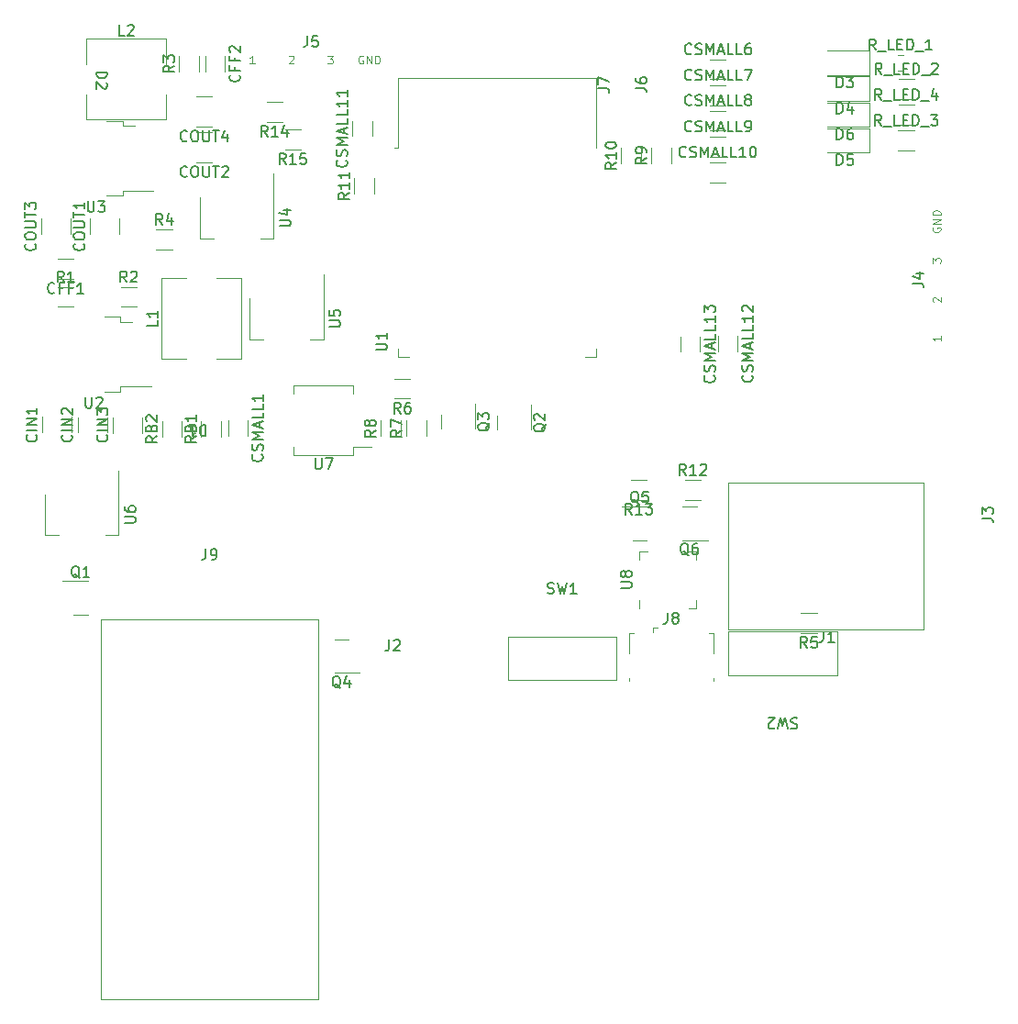
<source format=gbr>
%TF.GenerationSoftware,KiCad,Pcbnew,(6.0.10)*%
%TF.CreationDate,2023-04-25T21:53:47+02:00*%
%TF.ProjectId,sabvoton-controller,73616276-6f74-46f6-9e2d-636f6e74726f,rev?*%
%TF.SameCoordinates,Original*%
%TF.FileFunction,Legend,Top*%
%TF.FilePolarity,Positive*%
%FSLAX46Y46*%
G04 Gerber Fmt 4.6, Leading zero omitted, Abs format (unit mm)*
G04 Created by KiCad (PCBNEW (6.0.10)) date 2023-04-25 21:53:47*
%MOMM*%
%LPD*%
G01*
G04 APERTURE LIST*
%ADD10C,0.150000*%
%ADD11C,0.100000*%
%ADD12C,0.120000*%
G04 APERTURE END LIST*
D10*
%TO.C,D5*%
X165981904Y-68342380D02*
X165981904Y-67342380D01*
X166220000Y-67342380D01*
X166362857Y-67390000D01*
X166458095Y-67485238D01*
X166505714Y-67580476D01*
X166553333Y-67770952D01*
X166553333Y-67913809D01*
X166505714Y-68104285D01*
X166458095Y-68199523D01*
X166362857Y-68294761D01*
X166220000Y-68342380D01*
X165981904Y-68342380D01*
X167458095Y-67342380D02*
X166981904Y-67342380D01*
X166934285Y-67818571D01*
X166981904Y-67770952D01*
X167077142Y-67723333D01*
X167315238Y-67723333D01*
X167410476Y-67770952D01*
X167458095Y-67818571D01*
X167505714Y-67913809D01*
X167505714Y-68151904D01*
X167458095Y-68247142D01*
X167410476Y-68294761D01*
X167315238Y-68342380D01*
X167077142Y-68342380D01*
X166981904Y-68294761D01*
X166934285Y-68247142D01*
%TO.C,D6*%
X165991904Y-65962380D02*
X165991904Y-64962380D01*
X166230000Y-64962380D01*
X166372857Y-65010000D01*
X166468095Y-65105238D01*
X166515714Y-65200476D01*
X166563333Y-65390952D01*
X166563333Y-65533809D01*
X166515714Y-65724285D01*
X166468095Y-65819523D01*
X166372857Y-65914761D01*
X166230000Y-65962380D01*
X165991904Y-65962380D01*
X167420476Y-64962380D02*
X167230000Y-64962380D01*
X167134761Y-65010000D01*
X167087142Y-65057619D01*
X166991904Y-65200476D01*
X166944285Y-65390952D01*
X166944285Y-65771904D01*
X166991904Y-65867142D01*
X167039523Y-65914761D01*
X167134761Y-65962380D01*
X167325238Y-65962380D01*
X167420476Y-65914761D01*
X167468095Y-65867142D01*
X167515714Y-65771904D01*
X167515714Y-65533809D01*
X167468095Y-65438571D01*
X167420476Y-65390952D01*
X167325238Y-65343333D01*
X167134761Y-65343333D01*
X167039523Y-65390952D01*
X166991904Y-65438571D01*
X166944285Y-65533809D01*
%TO.C,D4*%
X165981904Y-63572380D02*
X165981904Y-62572380D01*
X166220000Y-62572380D01*
X166362857Y-62620000D01*
X166458095Y-62715238D01*
X166505714Y-62810476D01*
X166553333Y-63000952D01*
X166553333Y-63143809D01*
X166505714Y-63334285D01*
X166458095Y-63429523D01*
X166362857Y-63524761D01*
X166220000Y-63572380D01*
X165981904Y-63572380D01*
X167410476Y-62905714D02*
X167410476Y-63572380D01*
X167172380Y-62524761D02*
X166934285Y-63239047D01*
X167553333Y-63239047D01*
%TO.C,D3*%
X165981904Y-61182380D02*
X165981904Y-60182380D01*
X166220000Y-60182380D01*
X166362857Y-60230000D01*
X166458095Y-60325238D01*
X166505714Y-60420476D01*
X166553333Y-60610952D01*
X166553333Y-60753809D01*
X166505714Y-60944285D01*
X166458095Y-61039523D01*
X166362857Y-61134761D01*
X166220000Y-61182380D01*
X165981904Y-61182380D01*
X166886666Y-60182380D02*
X167505714Y-60182380D01*
X167172380Y-60563333D01*
X167315238Y-60563333D01*
X167410476Y-60610952D01*
X167458095Y-60658571D01*
X167505714Y-60753809D01*
X167505714Y-60991904D01*
X167458095Y-61087142D01*
X167410476Y-61134761D01*
X167315238Y-61182380D01*
X167029523Y-61182380D01*
X166934285Y-61134761D01*
X166886666Y-61087142D01*
%TO.C,R_LED_4*%
X170114285Y-62322380D02*
X169780952Y-61846190D01*
X169542857Y-62322380D02*
X169542857Y-61322380D01*
X169923809Y-61322380D01*
X170019047Y-61370000D01*
X170066666Y-61417619D01*
X170114285Y-61512857D01*
X170114285Y-61655714D01*
X170066666Y-61750952D01*
X170019047Y-61798571D01*
X169923809Y-61846190D01*
X169542857Y-61846190D01*
X170304761Y-62417619D02*
X171066666Y-62417619D01*
X171780952Y-62322380D02*
X171304761Y-62322380D01*
X171304761Y-61322380D01*
X172114285Y-61798571D02*
X172447619Y-61798571D01*
X172590476Y-62322380D02*
X172114285Y-62322380D01*
X172114285Y-61322380D01*
X172590476Y-61322380D01*
X173019047Y-62322380D02*
X173019047Y-61322380D01*
X173257142Y-61322380D01*
X173400000Y-61370000D01*
X173495238Y-61465238D01*
X173542857Y-61560476D01*
X173590476Y-61750952D01*
X173590476Y-61893809D01*
X173542857Y-62084285D01*
X173495238Y-62179523D01*
X173400000Y-62274761D01*
X173257142Y-62322380D01*
X173019047Y-62322380D01*
X173780952Y-62417619D02*
X174542857Y-62417619D01*
X175209523Y-61655714D02*
X175209523Y-62322380D01*
X174971428Y-61274761D02*
X174733333Y-61989047D01*
X175352380Y-61989047D01*
%TO.C,R_LED_3*%
X170104285Y-64702380D02*
X169770952Y-64226190D01*
X169532857Y-64702380D02*
X169532857Y-63702380D01*
X169913809Y-63702380D01*
X170009047Y-63750000D01*
X170056666Y-63797619D01*
X170104285Y-63892857D01*
X170104285Y-64035714D01*
X170056666Y-64130952D01*
X170009047Y-64178571D01*
X169913809Y-64226190D01*
X169532857Y-64226190D01*
X170294761Y-64797619D02*
X171056666Y-64797619D01*
X171770952Y-64702380D02*
X171294761Y-64702380D01*
X171294761Y-63702380D01*
X172104285Y-64178571D02*
X172437619Y-64178571D01*
X172580476Y-64702380D02*
X172104285Y-64702380D01*
X172104285Y-63702380D01*
X172580476Y-63702380D01*
X173009047Y-64702380D02*
X173009047Y-63702380D01*
X173247142Y-63702380D01*
X173390000Y-63750000D01*
X173485238Y-63845238D01*
X173532857Y-63940476D01*
X173580476Y-64130952D01*
X173580476Y-64273809D01*
X173532857Y-64464285D01*
X173485238Y-64559523D01*
X173390000Y-64654761D01*
X173247142Y-64702380D01*
X173009047Y-64702380D01*
X173770952Y-64797619D02*
X174532857Y-64797619D01*
X174675714Y-63702380D02*
X175294761Y-63702380D01*
X174961428Y-64083333D01*
X175104285Y-64083333D01*
X175199523Y-64130952D01*
X175247142Y-64178571D01*
X175294761Y-64273809D01*
X175294761Y-64511904D01*
X175247142Y-64607142D01*
X175199523Y-64654761D01*
X175104285Y-64702380D01*
X174818571Y-64702380D01*
X174723333Y-64654761D01*
X174675714Y-64607142D01*
%TO.C,R_LED_2*%
X170134285Y-59942380D02*
X169800952Y-59466190D01*
X169562857Y-59942380D02*
X169562857Y-58942380D01*
X169943809Y-58942380D01*
X170039047Y-58990000D01*
X170086666Y-59037619D01*
X170134285Y-59132857D01*
X170134285Y-59275714D01*
X170086666Y-59370952D01*
X170039047Y-59418571D01*
X169943809Y-59466190D01*
X169562857Y-59466190D01*
X170324761Y-60037619D02*
X171086666Y-60037619D01*
X171800952Y-59942380D02*
X171324761Y-59942380D01*
X171324761Y-58942380D01*
X172134285Y-59418571D02*
X172467619Y-59418571D01*
X172610476Y-59942380D02*
X172134285Y-59942380D01*
X172134285Y-58942380D01*
X172610476Y-58942380D01*
X173039047Y-59942380D02*
X173039047Y-58942380D01*
X173277142Y-58942380D01*
X173420000Y-58990000D01*
X173515238Y-59085238D01*
X173562857Y-59180476D01*
X173610476Y-59370952D01*
X173610476Y-59513809D01*
X173562857Y-59704285D01*
X173515238Y-59799523D01*
X173420000Y-59894761D01*
X173277142Y-59942380D01*
X173039047Y-59942380D01*
X173800952Y-60037619D02*
X174562857Y-60037619D01*
X174753333Y-59037619D02*
X174800952Y-58990000D01*
X174896190Y-58942380D01*
X175134285Y-58942380D01*
X175229523Y-58990000D01*
X175277142Y-59037619D01*
X175324761Y-59132857D01*
X175324761Y-59228095D01*
X175277142Y-59370952D01*
X174705714Y-59942380D01*
X175324761Y-59942380D01*
%TO.C,R_LED_1*%
X169584285Y-57712380D02*
X169250952Y-57236190D01*
X169012857Y-57712380D02*
X169012857Y-56712380D01*
X169393809Y-56712380D01*
X169489047Y-56760000D01*
X169536666Y-56807619D01*
X169584285Y-56902857D01*
X169584285Y-57045714D01*
X169536666Y-57140952D01*
X169489047Y-57188571D01*
X169393809Y-57236190D01*
X169012857Y-57236190D01*
X169774761Y-57807619D02*
X170536666Y-57807619D01*
X171250952Y-57712380D02*
X170774761Y-57712380D01*
X170774761Y-56712380D01*
X171584285Y-57188571D02*
X171917619Y-57188571D01*
X172060476Y-57712380D02*
X171584285Y-57712380D01*
X171584285Y-56712380D01*
X172060476Y-56712380D01*
X172489047Y-57712380D02*
X172489047Y-56712380D01*
X172727142Y-56712380D01*
X172870000Y-56760000D01*
X172965238Y-56855238D01*
X173012857Y-56950476D01*
X173060476Y-57140952D01*
X173060476Y-57283809D01*
X173012857Y-57474285D01*
X172965238Y-57569523D01*
X172870000Y-57664761D01*
X172727142Y-57712380D01*
X172489047Y-57712380D01*
X173250952Y-57807619D02*
X174012857Y-57807619D01*
X174774761Y-57712380D02*
X174203333Y-57712380D01*
X174489047Y-57712380D02*
X174489047Y-56712380D01*
X174393809Y-56855238D01*
X174298571Y-56950476D01*
X174203333Y-56998095D01*
%TO.C,CSMALL13*%
X154647142Y-87778571D02*
X154694761Y-87826190D01*
X154742380Y-87969047D01*
X154742380Y-88064285D01*
X154694761Y-88207142D01*
X154599523Y-88302380D01*
X154504285Y-88350000D01*
X154313809Y-88397619D01*
X154170952Y-88397619D01*
X153980476Y-88350000D01*
X153885238Y-88302380D01*
X153790000Y-88207142D01*
X153742380Y-88064285D01*
X153742380Y-87969047D01*
X153790000Y-87826190D01*
X153837619Y-87778571D01*
X154694761Y-87397619D02*
X154742380Y-87254761D01*
X154742380Y-87016666D01*
X154694761Y-86921428D01*
X154647142Y-86873809D01*
X154551904Y-86826190D01*
X154456666Y-86826190D01*
X154361428Y-86873809D01*
X154313809Y-86921428D01*
X154266190Y-87016666D01*
X154218571Y-87207142D01*
X154170952Y-87302380D01*
X154123333Y-87350000D01*
X154028095Y-87397619D01*
X153932857Y-87397619D01*
X153837619Y-87350000D01*
X153790000Y-87302380D01*
X153742380Y-87207142D01*
X153742380Y-86969047D01*
X153790000Y-86826190D01*
X154742380Y-86397619D02*
X153742380Y-86397619D01*
X154456666Y-86064285D01*
X153742380Y-85730952D01*
X154742380Y-85730952D01*
X154456666Y-85302380D02*
X154456666Y-84826190D01*
X154742380Y-85397619D02*
X153742380Y-85064285D01*
X154742380Y-84730952D01*
X154742380Y-83921428D02*
X154742380Y-84397619D01*
X153742380Y-84397619D01*
X154742380Y-83111904D02*
X154742380Y-83588095D01*
X153742380Y-83588095D01*
X154742380Y-82254761D02*
X154742380Y-82826190D01*
X154742380Y-82540476D02*
X153742380Y-82540476D01*
X153885238Y-82635714D01*
X153980476Y-82730952D01*
X154028095Y-82826190D01*
X153742380Y-81921428D02*
X153742380Y-81302380D01*
X154123333Y-81635714D01*
X154123333Y-81492857D01*
X154170952Y-81397619D01*
X154218571Y-81350000D01*
X154313809Y-81302380D01*
X154551904Y-81302380D01*
X154647142Y-81350000D01*
X154694761Y-81397619D01*
X154742380Y-81492857D01*
X154742380Y-81778571D01*
X154694761Y-81873809D01*
X154647142Y-81921428D01*
%TO.C,CSMALL12*%
X158147142Y-87738571D02*
X158194761Y-87786190D01*
X158242380Y-87929047D01*
X158242380Y-88024285D01*
X158194761Y-88167142D01*
X158099523Y-88262380D01*
X158004285Y-88310000D01*
X157813809Y-88357619D01*
X157670952Y-88357619D01*
X157480476Y-88310000D01*
X157385238Y-88262380D01*
X157290000Y-88167142D01*
X157242380Y-88024285D01*
X157242380Y-87929047D01*
X157290000Y-87786190D01*
X157337619Y-87738571D01*
X158194761Y-87357619D02*
X158242380Y-87214761D01*
X158242380Y-86976666D01*
X158194761Y-86881428D01*
X158147142Y-86833809D01*
X158051904Y-86786190D01*
X157956666Y-86786190D01*
X157861428Y-86833809D01*
X157813809Y-86881428D01*
X157766190Y-86976666D01*
X157718571Y-87167142D01*
X157670952Y-87262380D01*
X157623333Y-87310000D01*
X157528095Y-87357619D01*
X157432857Y-87357619D01*
X157337619Y-87310000D01*
X157290000Y-87262380D01*
X157242380Y-87167142D01*
X157242380Y-86929047D01*
X157290000Y-86786190D01*
X158242380Y-86357619D02*
X157242380Y-86357619D01*
X157956666Y-86024285D01*
X157242380Y-85690952D01*
X158242380Y-85690952D01*
X157956666Y-85262380D02*
X157956666Y-84786190D01*
X158242380Y-85357619D02*
X157242380Y-85024285D01*
X158242380Y-84690952D01*
X158242380Y-83881428D02*
X158242380Y-84357619D01*
X157242380Y-84357619D01*
X158242380Y-83071904D02*
X158242380Y-83548095D01*
X157242380Y-83548095D01*
X158242380Y-82214761D02*
X158242380Y-82786190D01*
X158242380Y-82500476D02*
X157242380Y-82500476D01*
X157385238Y-82595714D01*
X157480476Y-82690952D01*
X157528095Y-82786190D01*
X157337619Y-81833809D02*
X157290000Y-81786190D01*
X157242380Y-81690952D01*
X157242380Y-81452857D01*
X157290000Y-81357619D01*
X157337619Y-81310000D01*
X157432857Y-81262380D01*
X157528095Y-81262380D01*
X157670952Y-81310000D01*
X158242380Y-81881428D01*
X158242380Y-81262380D01*
%TO.C,CSMALL11*%
X120697142Y-67888571D02*
X120744761Y-67936190D01*
X120792380Y-68079047D01*
X120792380Y-68174285D01*
X120744761Y-68317142D01*
X120649523Y-68412380D01*
X120554285Y-68460000D01*
X120363809Y-68507619D01*
X120220952Y-68507619D01*
X120030476Y-68460000D01*
X119935238Y-68412380D01*
X119840000Y-68317142D01*
X119792380Y-68174285D01*
X119792380Y-68079047D01*
X119840000Y-67936190D01*
X119887619Y-67888571D01*
X120744761Y-67507619D02*
X120792380Y-67364761D01*
X120792380Y-67126666D01*
X120744761Y-67031428D01*
X120697142Y-66983809D01*
X120601904Y-66936190D01*
X120506666Y-66936190D01*
X120411428Y-66983809D01*
X120363809Y-67031428D01*
X120316190Y-67126666D01*
X120268571Y-67317142D01*
X120220952Y-67412380D01*
X120173333Y-67460000D01*
X120078095Y-67507619D01*
X119982857Y-67507619D01*
X119887619Y-67460000D01*
X119840000Y-67412380D01*
X119792380Y-67317142D01*
X119792380Y-67079047D01*
X119840000Y-66936190D01*
X120792380Y-66507619D02*
X119792380Y-66507619D01*
X120506666Y-66174285D01*
X119792380Y-65840952D01*
X120792380Y-65840952D01*
X120506666Y-65412380D02*
X120506666Y-64936190D01*
X120792380Y-65507619D02*
X119792380Y-65174285D01*
X120792380Y-64840952D01*
X120792380Y-64031428D02*
X120792380Y-64507619D01*
X119792380Y-64507619D01*
X120792380Y-63221904D02*
X120792380Y-63698095D01*
X119792380Y-63698095D01*
X120792380Y-62364761D02*
X120792380Y-62936190D01*
X120792380Y-62650476D02*
X119792380Y-62650476D01*
X119935238Y-62745714D01*
X120030476Y-62840952D01*
X120078095Y-62936190D01*
X120792380Y-61412380D02*
X120792380Y-61983809D01*
X120792380Y-61698095D02*
X119792380Y-61698095D01*
X119935238Y-61793333D01*
X120030476Y-61888571D01*
X120078095Y-61983809D01*
%TO.C,CSMALL10*%
X152061428Y-67527142D02*
X152013809Y-67574761D01*
X151870952Y-67622380D01*
X151775714Y-67622380D01*
X151632857Y-67574761D01*
X151537619Y-67479523D01*
X151490000Y-67384285D01*
X151442380Y-67193809D01*
X151442380Y-67050952D01*
X151490000Y-66860476D01*
X151537619Y-66765238D01*
X151632857Y-66670000D01*
X151775714Y-66622380D01*
X151870952Y-66622380D01*
X152013809Y-66670000D01*
X152061428Y-66717619D01*
X152442380Y-67574761D02*
X152585238Y-67622380D01*
X152823333Y-67622380D01*
X152918571Y-67574761D01*
X152966190Y-67527142D01*
X153013809Y-67431904D01*
X153013809Y-67336666D01*
X152966190Y-67241428D01*
X152918571Y-67193809D01*
X152823333Y-67146190D01*
X152632857Y-67098571D01*
X152537619Y-67050952D01*
X152490000Y-67003333D01*
X152442380Y-66908095D01*
X152442380Y-66812857D01*
X152490000Y-66717619D01*
X152537619Y-66670000D01*
X152632857Y-66622380D01*
X152870952Y-66622380D01*
X153013809Y-66670000D01*
X153442380Y-67622380D02*
X153442380Y-66622380D01*
X153775714Y-67336666D01*
X154109047Y-66622380D01*
X154109047Y-67622380D01*
X154537619Y-67336666D02*
X155013809Y-67336666D01*
X154442380Y-67622380D02*
X154775714Y-66622380D01*
X155109047Y-67622380D01*
X155918571Y-67622380D02*
X155442380Y-67622380D01*
X155442380Y-66622380D01*
X156728095Y-67622380D02*
X156251904Y-67622380D01*
X156251904Y-66622380D01*
X157585238Y-67622380D02*
X157013809Y-67622380D01*
X157299523Y-67622380D02*
X157299523Y-66622380D01*
X157204285Y-66765238D01*
X157109047Y-66860476D01*
X157013809Y-66908095D01*
X158204285Y-66622380D02*
X158299523Y-66622380D01*
X158394761Y-66670000D01*
X158442380Y-66717619D01*
X158490000Y-66812857D01*
X158537619Y-67003333D01*
X158537619Y-67241428D01*
X158490000Y-67431904D01*
X158442380Y-67527142D01*
X158394761Y-67574761D01*
X158299523Y-67622380D01*
X158204285Y-67622380D01*
X158109047Y-67574761D01*
X158061428Y-67527142D01*
X158013809Y-67431904D01*
X157966190Y-67241428D01*
X157966190Y-67003333D01*
X158013809Y-66812857D01*
X158061428Y-66717619D01*
X158109047Y-66670000D01*
X158204285Y-66622380D01*
%TO.C,CSMALL9*%
X152567619Y-65147142D02*
X152520000Y-65194761D01*
X152377142Y-65242380D01*
X152281904Y-65242380D01*
X152139047Y-65194761D01*
X152043809Y-65099523D01*
X151996190Y-65004285D01*
X151948571Y-64813809D01*
X151948571Y-64670952D01*
X151996190Y-64480476D01*
X152043809Y-64385238D01*
X152139047Y-64290000D01*
X152281904Y-64242380D01*
X152377142Y-64242380D01*
X152520000Y-64290000D01*
X152567619Y-64337619D01*
X152948571Y-65194761D02*
X153091428Y-65242380D01*
X153329523Y-65242380D01*
X153424761Y-65194761D01*
X153472380Y-65147142D01*
X153520000Y-65051904D01*
X153520000Y-64956666D01*
X153472380Y-64861428D01*
X153424761Y-64813809D01*
X153329523Y-64766190D01*
X153139047Y-64718571D01*
X153043809Y-64670952D01*
X152996190Y-64623333D01*
X152948571Y-64528095D01*
X152948571Y-64432857D01*
X152996190Y-64337619D01*
X153043809Y-64290000D01*
X153139047Y-64242380D01*
X153377142Y-64242380D01*
X153520000Y-64290000D01*
X153948571Y-65242380D02*
X153948571Y-64242380D01*
X154281904Y-64956666D01*
X154615238Y-64242380D01*
X154615238Y-65242380D01*
X155043809Y-64956666D02*
X155520000Y-64956666D01*
X154948571Y-65242380D02*
X155281904Y-64242380D01*
X155615238Y-65242380D01*
X156424761Y-65242380D02*
X155948571Y-65242380D01*
X155948571Y-64242380D01*
X157234285Y-65242380D02*
X156758095Y-65242380D01*
X156758095Y-64242380D01*
X157615238Y-65242380D02*
X157805714Y-65242380D01*
X157900952Y-65194761D01*
X157948571Y-65147142D01*
X158043809Y-65004285D01*
X158091428Y-64813809D01*
X158091428Y-64432857D01*
X158043809Y-64337619D01*
X157996190Y-64290000D01*
X157900952Y-64242380D01*
X157710476Y-64242380D01*
X157615238Y-64290000D01*
X157567619Y-64337619D01*
X157520000Y-64432857D01*
X157520000Y-64670952D01*
X157567619Y-64766190D01*
X157615238Y-64813809D01*
X157710476Y-64861428D01*
X157900952Y-64861428D01*
X157996190Y-64813809D01*
X158043809Y-64766190D01*
X158091428Y-64670952D01*
%TO.C,CSMALL8*%
X152567619Y-62737142D02*
X152520000Y-62784761D01*
X152377142Y-62832380D01*
X152281904Y-62832380D01*
X152139047Y-62784761D01*
X152043809Y-62689523D01*
X151996190Y-62594285D01*
X151948571Y-62403809D01*
X151948571Y-62260952D01*
X151996190Y-62070476D01*
X152043809Y-61975238D01*
X152139047Y-61880000D01*
X152281904Y-61832380D01*
X152377142Y-61832380D01*
X152520000Y-61880000D01*
X152567619Y-61927619D01*
X152948571Y-62784761D02*
X153091428Y-62832380D01*
X153329523Y-62832380D01*
X153424761Y-62784761D01*
X153472380Y-62737142D01*
X153520000Y-62641904D01*
X153520000Y-62546666D01*
X153472380Y-62451428D01*
X153424761Y-62403809D01*
X153329523Y-62356190D01*
X153139047Y-62308571D01*
X153043809Y-62260952D01*
X152996190Y-62213333D01*
X152948571Y-62118095D01*
X152948571Y-62022857D01*
X152996190Y-61927619D01*
X153043809Y-61880000D01*
X153139047Y-61832380D01*
X153377142Y-61832380D01*
X153520000Y-61880000D01*
X153948571Y-62832380D02*
X153948571Y-61832380D01*
X154281904Y-62546666D01*
X154615238Y-61832380D01*
X154615238Y-62832380D01*
X155043809Y-62546666D02*
X155520000Y-62546666D01*
X154948571Y-62832380D02*
X155281904Y-61832380D01*
X155615238Y-62832380D01*
X156424761Y-62832380D02*
X155948571Y-62832380D01*
X155948571Y-61832380D01*
X157234285Y-62832380D02*
X156758095Y-62832380D01*
X156758095Y-61832380D01*
X157710476Y-62260952D02*
X157615238Y-62213333D01*
X157567619Y-62165714D01*
X157520000Y-62070476D01*
X157520000Y-62022857D01*
X157567619Y-61927619D01*
X157615238Y-61880000D01*
X157710476Y-61832380D01*
X157900952Y-61832380D01*
X157996190Y-61880000D01*
X158043809Y-61927619D01*
X158091428Y-62022857D01*
X158091428Y-62070476D01*
X158043809Y-62165714D01*
X157996190Y-62213333D01*
X157900952Y-62260952D01*
X157710476Y-62260952D01*
X157615238Y-62308571D01*
X157567619Y-62356190D01*
X157520000Y-62451428D01*
X157520000Y-62641904D01*
X157567619Y-62737142D01*
X157615238Y-62784761D01*
X157710476Y-62832380D01*
X157900952Y-62832380D01*
X157996190Y-62784761D01*
X158043809Y-62737142D01*
X158091428Y-62641904D01*
X158091428Y-62451428D01*
X158043809Y-62356190D01*
X157996190Y-62308571D01*
X157900952Y-62260952D01*
%TO.C,CSMALL7*%
X152567619Y-60407142D02*
X152520000Y-60454761D01*
X152377142Y-60502380D01*
X152281904Y-60502380D01*
X152139047Y-60454761D01*
X152043809Y-60359523D01*
X151996190Y-60264285D01*
X151948571Y-60073809D01*
X151948571Y-59930952D01*
X151996190Y-59740476D01*
X152043809Y-59645238D01*
X152139047Y-59550000D01*
X152281904Y-59502380D01*
X152377142Y-59502380D01*
X152520000Y-59550000D01*
X152567619Y-59597619D01*
X152948571Y-60454761D02*
X153091428Y-60502380D01*
X153329523Y-60502380D01*
X153424761Y-60454761D01*
X153472380Y-60407142D01*
X153520000Y-60311904D01*
X153520000Y-60216666D01*
X153472380Y-60121428D01*
X153424761Y-60073809D01*
X153329523Y-60026190D01*
X153139047Y-59978571D01*
X153043809Y-59930952D01*
X152996190Y-59883333D01*
X152948571Y-59788095D01*
X152948571Y-59692857D01*
X152996190Y-59597619D01*
X153043809Y-59550000D01*
X153139047Y-59502380D01*
X153377142Y-59502380D01*
X153520000Y-59550000D01*
X153948571Y-60502380D02*
X153948571Y-59502380D01*
X154281904Y-60216666D01*
X154615238Y-59502380D01*
X154615238Y-60502380D01*
X155043809Y-60216666D02*
X155520000Y-60216666D01*
X154948571Y-60502380D02*
X155281904Y-59502380D01*
X155615238Y-60502380D01*
X156424761Y-60502380D02*
X155948571Y-60502380D01*
X155948571Y-59502380D01*
X157234285Y-60502380D02*
X156758095Y-60502380D01*
X156758095Y-59502380D01*
X157472380Y-59502380D02*
X158139047Y-59502380D01*
X157710476Y-60502380D01*
%TO.C,CSMALL6*%
X152567619Y-58027142D02*
X152520000Y-58074761D01*
X152377142Y-58122380D01*
X152281904Y-58122380D01*
X152139047Y-58074761D01*
X152043809Y-57979523D01*
X151996190Y-57884285D01*
X151948571Y-57693809D01*
X151948571Y-57550952D01*
X151996190Y-57360476D01*
X152043809Y-57265238D01*
X152139047Y-57170000D01*
X152281904Y-57122380D01*
X152377142Y-57122380D01*
X152520000Y-57170000D01*
X152567619Y-57217619D01*
X152948571Y-58074761D02*
X153091428Y-58122380D01*
X153329523Y-58122380D01*
X153424761Y-58074761D01*
X153472380Y-58027142D01*
X153520000Y-57931904D01*
X153520000Y-57836666D01*
X153472380Y-57741428D01*
X153424761Y-57693809D01*
X153329523Y-57646190D01*
X153139047Y-57598571D01*
X153043809Y-57550952D01*
X152996190Y-57503333D01*
X152948571Y-57408095D01*
X152948571Y-57312857D01*
X152996190Y-57217619D01*
X153043809Y-57170000D01*
X153139047Y-57122380D01*
X153377142Y-57122380D01*
X153520000Y-57170000D01*
X153948571Y-58122380D02*
X153948571Y-57122380D01*
X154281904Y-57836666D01*
X154615238Y-57122380D01*
X154615238Y-58122380D01*
X155043809Y-57836666D02*
X155520000Y-57836666D01*
X154948571Y-58122380D02*
X155281904Y-57122380D01*
X155615238Y-58122380D01*
X156424761Y-58122380D02*
X155948571Y-58122380D01*
X155948571Y-57122380D01*
X157234285Y-58122380D02*
X156758095Y-58122380D01*
X156758095Y-57122380D01*
X157996190Y-57122380D02*
X157805714Y-57122380D01*
X157710476Y-57170000D01*
X157662857Y-57217619D01*
X157567619Y-57360476D01*
X157520000Y-57550952D01*
X157520000Y-57931904D01*
X157567619Y-58027142D01*
X157615238Y-58074761D01*
X157710476Y-58122380D01*
X157900952Y-58122380D01*
X157996190Y-58074761D01*
X158043809Y-58027142D01*
X158091428Y-57931904D01*
X158091428Y-57693809D01*
X158043809Y-57598571D01*
X157996190Y-57550952D01*
X157900952Y-57503333D01*
X157710476Y-57503333D01*
X157615238Y-57550952D01*
X157567619Y-57598571D01*
X157520000Y-57693809D01*
%TO.C,R10*%
X145632380Y-68122857D02*
X145156190Y-68456190D01*
X145632380Y-68694285D02*
X144632380Y-68694285D01*
X144632380Y-68313333D01*
X144680000Y-68218095D01*
X144727619Y-68170476D01*
X144822857Y-68122857D01*
X144965714Y-68122857D01*
X145060952Y-68170476D01*
X145108571Y-68218095D01*
X145156190Y-68313333D01*
X145156190Y-68694285D01*
X145632380Y-67170476D02*
X145632380Y-67741904D01*
X145632380Y-67456190D02*
X144632380Y-67456190D01*
X144775238Y-67551428D01*
X144870476Y-67646666D01*
X144918095Y-67741904D01*
X144632380Y-66551428D02*
X144632380Y-66456190D01*
X144680000Y-66360952D01*
X144727619Y-66313333D01*
X144822857Y-66265714D01*
X145013333Y-66218095D01*
X145251428Y-66218095D01*
X145441904Y-66265714D01*
X145537142Y-66313333D01*
X145584761Y-66360952D01*
X145632380Y-66456190D01*
X145632380Y-66551428D01*
X145584761Y-66646666D01*
X145537142Y-66694285D01*
X145441904Y-66741904D01*
X145251428Y-66789523D01*
X145013333Y-66789523D01*
X144822857Y-66741904D01*
X144727619Y-66694285D01*
X144680000Y-66646666D01*
X144632380Y-66551428D01*
%TO.C,R9*%
X148412380Y-67646666D02*
X147936190Y-67980000D01*
X148412380Y-68218095D02*
X147412380Y-68218095D01*
X147412380Y-67837142D01*
X147460000Y-67741904D01*
X147507619Y-67694285D01*
X147602857Y-67646666D01*
X147745714Y-67646666D01*
X147840952Y-67694285D01*
X147888571Y-67741904D01*
X147936190Y-67837142D01*
X147936190Y-68218095D01*
X148412380Y-67170476D02*
X148412380Y-66980000D01*
X148364761Y-66884761D01*
X148317142Y-66837142D01*
X148174285Y-66741904D01*
X147983809Y-66694285D01*
X147602857Y-66694285D01*
X147507619Y-66741904D01*
X147460000Y-66789523D01*
X147412380Y-66884761D01*
X147412380Y-67075238D01*
X147460000Y-67170476D01*
X147507619Y-67218095D01*
X147602857Y-67265714D01*
X147840952Y-67265714D01*
X147936190Y-67218095D01*
X147983809Y-67170476D01*
X148031428Y-67075238D01*
X148031428Y-66884761D01*
X147983809Y-66789523D01*
X147936190Y-66741904D01*
X147840952Y-66694285D01*
%TO.C,J7*%
X143982380Y-61263333D02*
X144696666Y-61263333D01*
X144839523Y-61310952D01*
X144934761Y-61406190D01*
X144982380Y-61549047D01*
X144982380Y-61644285D01*
X143982380Y-60882380D02*
X143982380Y-60215714D01*
X144982380Y-60644285D01*
%TO.C,J6*%
X147432380Y-61233333D02*
X148146666Y-61233333D01*
X148289523Y-61280952D01*
X148384761Y-61376190D01*
X148432380Y-61519047D01*
X148432380Y-61614285D01*
X147432380Y-60328571D02*
X147432380Y-60519047D01*
X147480000Y-60614285D01*
X147527619Y-60661904D01*
X147670476Y-60757142D01*
X147860952Y-60804761D01*
X148241904Y-60804761D01*
X148337142Y-60757142D01*
X148384761Y-60709523D01*
X148432380Y-60614285D01*
X148432380Y-60423809D01*
X148384761Y-60328571D01*
X148337142Y-60280952D01*
X148241904Y-60233333D01*
X148003809Y-60233333D01*
X147908571Y-60280952D01*
X147860952Y-60328571D01*
X147813333Y-60423809D01*
X147813333Y-60614285D01*
X147860952Y-60709523D01*
X147908571Y-60757142D01*
X148003809Y-60804761D01*
%TO.C,J4*%
X173002380Y-79233333D02*
X173716666Y-79233333D01*
X173859523Y-79280952D01*
X173954761Y-79376190D01*
X174002380Y-79519047D01*
X174002380Y-79614285D01*
X173335714Y-78328571D02*
X174002380Y-78328571D01*
X172954761Y-78566666D02*
X173669047Y-78804761D01*
X173669047Y-78185714D01*
D11*
X174890714Y-80944285D02*
X174855000Y-80908571D01*
X174819285Y-80837142D01*
X174819285Y-80658571D01*
X174855000Y-80587142D01*
X174890714Y-80551428D01*
X174962142Y-80515714D01*
X175033571Y-80515714D01*
X175140714Y-80551428D01*
X175569285Y-80980000D01*
X175569285Y-80515714D01*
X174855000Y-74101428D02*
X174819285Y-74172857D01*
X174819285Y-74280000D01*
X174855000Y-74387142D01*
X174926428Y-74458571D01*
X174997857Y-74494285D01*
X175140714Y-74530000D01*
X175247857Y-74530000D01*
X175390714Y-74494285D01*
X175462142Y-74458571D01*
X175533571Y-74387142D01*
X175569285Y-74280000D01*
X175569285Y-74208571D01*
X175533571Y-74101428D01*
X175497857Y-74065714D01*
X175247857Y-74065714D01*
X175247857Y-74208571D01*
X175569285Y-73744285D02*
X174819285Y-73744285D01*
X175569285Y-73315714D01*
X174819285Y-73315714D01*
X175569285Y-72958571D02*
X174819285Y-72958571D01*
X174819285Y-72780000D01*
X174855000Y-72672857D01*
X174926428Y-72601428D01*
X174997857Y-72565714D01*
X175140714Y-72530000D01*
X175247857Y-72530000D01*
X175390714Y-72565714D01*
X175462142Y-72601428D01*
X175533571Y-72672857D01*
X175569285Y-72780000D01*
X175569285Y-72958571D01*
X174819285Y-77380000D02*
X174819285Y-76915714D01*
X175105000Y-77165714D01*
X175105000Y-77058571D01*
X175140714Y-76987142D01*
X175176428Y-76951428D01*
X175247857Y-76915714D01*
X175426428Y-76915714D01*
X175497857Y-76951428D01*
X175533571Y-76987142D01*
X175569285Y-77058571D01*
X175569285Y-77272857D01*
X175533571Y-77344285D01*
X175497857Y-77380000D01*
X175569285Y-84115714D02*
X175569285Y-84544285D01*
X175569285Y-84330000D02*
X174819285Y-84330000D01*
X174926428Y-84401428D01*
X174997857Y-84472857D01*
X175033571Y-84544285D01*
D10*
%TO.C,J9*%
X107746666Y-103737380D02*
X107746666Y-104451666D01*
X107699047Y-104594523D01*
X107603809Y-104689761D01*
X107460952Y-104737380D01*
X107365714Y-104737380D01*
X108270476Y-104737380D02*
X108460952Y-104737380D01*
X108556190Y-104689761D01*
X108603809Y-104642142D01*
X108699047Y-104499285D01*
X108746666Y-104308809D01*
X108746666Y-103927857D01*
X108699047Y-103832619D01*
X108651428Y-103785000D01*
X108556190Y-103737380D01*
X108365714Y-103737380D01*
X108270476Y-103785000D01*
X108222857Y-103832619D01*
X108175238Y-103927857D01*
X108175238Y-104165952D01*
X108222857Y-104261190D01*
X108270476Y-104308809D01*
X108365714Y-104356428D01*
X108556190Y-104356428D01*
X108651428Y-104308809D01*
X108699047Y-104261190D01*
X108746666Y-104165952D01*
%TO.C,U7*%
X117848095Y-95382380D02*
X117848095Y-96191904D01*
X117895714Y-96287142D01*
X117943333Y-96334761D01*
X118038571Y-96382380D01*
X118229047Y-96382380D01*
X118324285Y-96334761D01*
X118371904Y-96287142D01*
X118419523Y-96191904D01*
X118419523Y-95382380D01*
X118800476Y-95382380D02*
X119467142Y-95382380D01*
X119038571Y-96382380D01*
%TO.C,U6*%
X100242380Y-101361904D02*
X101051904Y-101361904D01*
X101147142Y-101314285D01*
X101194761Y-101266666D01*
X101242380Y-101171428D01*
X101242380Y-100980952D01*
X101194761Y-100885714D01*
X101147142Y-100838095D01*
X101051904Y-100790476D01*
X100242380Y-100790476D01*
X100242380Y-99885714D02*
X100242380Y-100076190D01*
X100290000Y-100171428D01*
X100337619Y-100219047D01*
X100480476Y-100314285D01*
X100670952Y-100361904D01*
X101051904Y-100361904D01*
X101147142Y-100314285D01*
X101194761Y-100266666D01*
X101242380Y-100171428D01*
X101242380Y-99980952D01*
X101194761Y-99885714D01*
X101147142Y-99838095D01*
X101051904Y-99790476D01*
X100813809Y-99790476D01*
X100718571Y-99838095D01*
X100670952Y-99885714D01*
X100623333Y-99980952D01*
X100623333Y-100171428D01*
X100670952Y-100266666D01*
X100718571Y-100314285D01*
X100813809Y-100361904D01*
%TO.C,R15*%
X115117142Y-68252380D02*
X114783809Y-67776190D01*
X114545714Y-68252380D02*
X114545714Y-67252380D01*
X114926666Y-67252380D01*
X115021904Y-67300000D01*
X115069523Y-67347619D01*
X115117142Y-67442857D01*
X115117142Y-67585714D01*
X115069523Y-67680952D01*
X115021904Y-67728571D01*
X114926666Y-67776190D01*
X114545714Y-67776190D01*
X116069523Y-68252380D02*
X115498095Y-68252380D01*
X115783809Y-68252380D02*
X115783809Y-67252380D01*
X115688571Y-67395238D01*
X115593333Y-67490476D01*
X115498095Y-67538095D01*
X116974285Y-67252380D02*
X116498095Y-67252380D01*
X116450476Y-67728571D01*
X116498095Y-67680952D01*
X116593333Y-67633333D01*
X116831428Y-67633333D01*
X116926666Y-67680952D01*
X116974285Y-67728571D01*
X117021904Y-67823809D01*
X117021904Y-68061904D01*
X116974285Y-68157142D01*
X116926666Y-68204761D01*
X116831428Y-68252380D01*
X116593333Y-68252380D01*
X116498095Y-68204761D01*
X116450476Y-68157142D01*
%TO.C,R14*%
X113437142Y-65702380D02*
X113103809Y-65226190D01*
X112865714Y-65702380D02*
X112865714Y-64702380D01*
X113246666Y-64702380D01*
X113341904Y-64750000D01*
X113389523Y-64797619D01*
X113437142Y-64892857D01*
X113437142Y-65035714D01*
X113389523Y-65130952D01*
X113341904Y-65178571D01*
X113246666Y-65226190D01*
X112865714Y-65226190D01*
X114389523Y-65702380D02*
X113818095Y-65702380D01*
X114103809Y-65702380D02*
X114103809Y-64702380D01*
X114008571Y-64845238D01*
X113913333Y-64940476D01*
X113818095Y-64988095D01*
X115246666Y-65035714D02*
X115246666Y-65702380D01*
X115008571Y-64654761D02*
X114770476Y-65369047D01*
X115389523Y-65369047D01*
%TO.C,R11*%
X120982380Y-70892857D02*
X120506190Y-71226190D01*
X120982380Y-71464285D02*
X119982380Y-71464285D01*
X119982380Y-71083333D01*
X120030000Y-70988095D01*
X120077619Y-70940476D01*
X120172857Y-70892857D01*
X120315714Y-70892857D01*
X120410952Y-70940476D01*
X120458571Y-70988095D01*
X120506190Y-71083333D01*
X120506190Y-71464285D01*
X120982380Y-69940476D02*
X120982380Y-70511904D01*
X120982380Y-70226190D02*
X119982380Y-70226190D01*
X120125238Y-70321428D01*
X120220476Y-70416666D01*
X120268095Y-70511904D01*
X120982380Y-68988095D02*
X120982380Y-69559523D01*
X120982380Y-69273809D02*
X119982380Y-69273809D01*
X120125238Y-69369047D01*
X120220476Y-69464285D01*
X120268095Y-69559523D01*
%TO.C,R8*%
X123422380Y-92796666D02*
X122946190Y-93130000D01*
X123422380Y-93368095D02*
X122422380Y-93368095D01*
X122422380Y-92987142D01*
X122470000Y-92891904D01*
X122517619Y-92844285D01*
X122612857Y-92796666D01*
X122755714Y-92796666D01*
X122850952Y-92844285D01*
X122898571Y-92891904D01*
X122946190Y-92987142D01*
X122946190Y-93368095D01*
X122850952Y-92225238D02*
X122803333Y-92320476D01*
X122755714Y-92368095D01*
X122660476Y-92415714D01*
X122612857Y-92415714D01*
X122517619Y-92368095D01*
X122470000Y-92320476D01*
X122422380Y-92225238D01*
X122422380Y-92034761D01*
X122470000Y-91939523D01*
X122517619Y-91891904D01*
X122612857Y-91844285D01*
X122660476Y-91844285D01*
X122755714Y-91891904D01*
X122803333Y-91939523D01*
X122850952Y-92034761D01*
X122850952Y-92225238D01*
X122898571Y-92320476D01*
X122946190Y-92368095D01*
X123041428Y-92415714D01*
X123231904Y-92415714D01*
X123327142Y-92368095D01*
X123374761Y-92320476D01*
X123422380Y-92225238D01*
X123422380Y-92034761D01*
X123374761Y-91939523D01*
X123327142Y-91891904D01*
X123231904Y-91844285D01*
X123041428Y-91844285D01*
X122946190Y-91891904D01*
X122898571Y-91939523D01*
X122850952Y-92034761D01*
%TO.C,R7*%
X125812380Y-92796666D02*
X125336190Y-93130000D01*
X125812380Y-93368095D02*
X124812380Y-93368095D01*
X124812380Y-92987142D01*
X124860000Y-92891904D01*
X124907619Y-92844285D01*
X125002857Y-92796666D01*
X125145714Y-92796666D01*
X125240952Y-92844285D01*
X125288571Y-92891904D01*
X125336190Y-92987142D01*
X125336190Y-93368095D01*
X124812380Y-92463333D02*
X124812380Y-91796666D01*
X125812380Y-92225238D01*
%TO.C,R6*%
X125703333Y-91252380D02*
X125370000Y-90776190D01*
X125131904Y-91252380D02*
X125131904Y-90252380D01*
X125512857Y-90252380D01*
X125608095Y-90300000D01*
X125655714Y-90347619D01*
X125703333Y-90442857D01*
X125703333Y-90585714D01*
X125655714Y-90680952D01*
X125608095Y-90728571D01*
X125512857Y-90776190D01*
X125131904Y-90776190D01*
X126560476Y-90252380D02*
X126370000Y-90252380D01*
X126274761Y-90300000D01*
X126227142Y-90347619D01*
X126131904Y-90490476D01*
X126084285Y-90680952D01*
X126084285Y-91061904D01*
X126131904Y-91157142D01*
X126179523Y-91204761D01*
X126274761Y-91252380D01*
X126465238Y-91252380D01*
X126560476Y-91204761D01*
X126608095Y-91157142D01*
X126655714Y-91061904D01*
X126655714Y-90823809D01*
X126608095Y-90728571D01*
X126560476Y-90680952D01*
X126465238Y-90633333D01*
X126274761Y-90633333D01*
X126179523Y-90680952D01*
X126131904Y-90728571D01*
X126084285Y-90823809D01*
%TO.C,R5*%
X163243333Y-112872380D02*
X162910000Y-112396190D01*
X162671904Y-112872380D02*
X162671904Y-111872380D01*
X163052857Y-111872380D01*
X163148095Y-111920000D01*
X163195714Y-111967619D01*
X163243333Y-112062857D01*
X163243333Y-112205714D01*
X163195714Y-112300952D01*
X163148095Y-112348571D01*
X163052857Y-112396190D01*
X162671904Y-112396190D01*
X164148095Y-111872380D02*
X163671904Y-111872380D01*
X163624285Y-112348571D01*
X163671904Y-112300952D01*
X163767142Y-112253333D01*
X164005238Y-112253333D01*
X164100476Y-112300952D01*
X164148095Y-112348571D01*
X164195714Y-112443809D01*
X164195714Y-112681904D01*
X164148095Y-112777142D01*
X164100476Y-112824761D01*
X164005238Y-112872380D01*
X163767142Y-112872380D01*
X163671904Y-112824761D01*
X163624285Y-112777142D01*
%TO.C,Q4*%
X120174761Y-116587619D02*
X120079523Y-116540000D01*
X119984285Y-116444761D01*
X119841428Y-116301904D01*
X119746190Y-116254285D01*
X119650952Y-116254285D01*
X119698571Y-116492380D02*
X119603333Y-116444761D01*
X119508095Y-116349523D01*
X119460476Y-116159047D01*
X119460476Y-115825714D01*
X119508095Y-115635238D01*
X119603333Y-115540000D01*
X119698571Y-115492380D01*
X119889047Y-115492380D01*
X119984285Y-115540000D01*
X120079523Y-115635238D01*
X120127142Y-115825714D01*
X120127142Y-116159047D01*
X120079523Y-116349523D01*
X119984285Y-116444761D01*
X119889047Y-116492380D01*
X119698571Y-116492380D01*
X120984285Y-115825714D02*
X120984285Y-116492380D01*
X120746190Y-115444761D02*
X120508095Y-116159047D01*
X121127142Y-116159047D01*
%TO.C,Q3*%
X133947619Y-92125238D02*
X133900000Y-92220476D01*
X133804761Y-92315714D01*
X133661904Y-92458571D01*
X133614285Y-92553809D01*
X133614285Y-92649047D01*
X133852380Y-92601428D02*
X133804761Y-92696666D01*
X133709523Y-92791904D01*
X133519047Y-92839523D01*
X133185714Y-92839523D01*
X132995238Y-92791904D01*
X132900000Y-92696666D01*
X132852380Y-92601428D01*
X132852380Y-92410952D01*
X132900000Y-92315714D01*
X132995238Y-92220476D01*
X133185714Y-92172857D01*
X133519047Y-92172857D01*
X133709523Y-92220476D01*
X133804761Y-92315714D01*
X133852380Y-92410952D01*
X133852380Y-92601428D01*
X132852380Y-91839523D02*
X132852380Y-91220476D01*
X133233333Y-91553809D01*
X133233333Y-91410952D01*
X133280952Y-91315714D01*
X133328571Y-91268095D01*
X133423809Y-91220476D01*
X133661904Y-91220476D01*
X133757142Y-91268095D01*
X133804761Y-91315714D01*
X133852380Y-91410952D01*
X133852380Y-91696666D01*
X133804761Y-91791904D01*
X133757142Y-91839523D01*
%TO.C,Q2*%
X139127619Y-92205238D02*
X139080000Y-92300476D01*
X138984761Y-92395714D01*
X138841904Y-92538571D01*
X138794285Y-92633809D01*
X138794285Y-92729047D01*
X139032380Y-92681428D02*
X138984761Y-92776666D01*
X138889523Y-92871904D01*
X138699047Y-92919523D01*
X138365714Y-92919523D01*
X138175238Y-92871904D01*
X138080000Y-92776666D01*
X138032380Y-92681428D01*
X138032380Y-92490952D01*
X138080000Y-92395714D01*
X138175238Y-92300476D01*
X138365714Y-92252857D01*
X138699047Y-92252857D01*
X138889523Y-92300476D01*
X138984761Y-92395714D01*
X139032380Y-92490952D01*
X139032380Y-92681428D01*
X138127619Y-91871904D02*
X138080000Y-91824285D01*
X138032380Y-91729047D01*
X138032380Y-91490952D01*
X138080000Y-91395714D01*
X138127619Y-91348095D01*
X138222857Y-91300476D01*
X138318095Y-91300476D01*
X138460952Y-91348095D01*
X139032380Y-91919523D01*
X139032380Y-91300476D01*
%TO.C,Q1*%
X96084761Y-106437619D02*
X95989523Y-106390000D01*
X95894285Y-106294761D01*
X95751428Y-106151904D01*
X95656190Y-106104285D01*
X95560952Y-106104285D01*
X95608571Y-106342380D02*
X95513333Y-106294761D01*
X95418095Y-106199523D01*
X95370476Y-106009047D01*
X95370476Y-105675714D01*
X95418095Y-105485238D01*
X95513333Y-105390000D01*
X95608571Y-105342380D01*
X95799047Y-105342380D01*
X95894285Y-105390000D01*
X95989523Y-105485238D01*
X96037142Y-105675714D01*
X96037142Y-106009047D01*
X95989523Y-106199523D01*
X95894285Y-106294761D01*
X95799047Y-106342380D01*
X95608571Y-106342380D01*
X96989523Y-106342380D02*
X96418095Y-106342380D01*
X96703809Y-106342380D02*
X96703809Y-105342380D01*
X96608571Y-105485238D01*
X96513333Y-105580476D01*
X96418095Y-105628095D01*
%TO.C,J5*%
X117116666Y-56422380D02*
X117116666Y-57136666D01*
X117069047Y-57279523D01*
X116973809Y-57374761D01*
X116830952Y-57422380D01*
X116735714Y-57422380D01*
X118069047Y-56422380D02*
X117592857Y-56422380D01*
X117545238Y-56898571D01*
X117592857Y-56850952D01*
X117688095Y-56803333D01*
X117926190Y-56803333D01*
X118021428Y-56850952D01*
X118069047Y-56898571D01*
X118116666Y-56993809D01*
X118116666Y-57231904D01*
X118069047Y-57327142D01*
X118021428Y-57374761D01*
X117926190Y-57422380D01*
X117688095Y-57422380D01*
X117592857Y-57374761D01*
X117545238Y-57327142D01*
D11*
X115405714Y-58310714D02*
X115441428Y-58275000D01*
X115512857Y-58239285D01*
X115691428Y-58239285D01*
X115762857Y-58275000D01*
X115798571Y-58310714D01*
X115834285Y-58382142D01*
X115834285Y-58453571D01*
X115798571Y-58560714D01*
X115370000Y-58989285D01*
X115834285Y-58989285D01*
X122248571Y-58275000D02*
X122177142Y-58239285D01*
X122070000Y-58239285D01*
X121962857Y-58275000D01*
X121891428Y-58346428D01*
X121855714Y-58417857D01*
X121820000Y-58560714D01*
X121820000Y-58667857D01*
X121855714Y-58810714D01*
X121891428Y-58882142D01*
X121962857Y-58953571D01*
X122070000Y-58989285D01*
X122141428Y-58989285D01*
X122248571Y-58953571D01*
X122284285Y-58917857D01*
X122284285Y-58667857D01*
X122141428Y-58667857D01*
X122605714Y-58989285D02*
X122605714Y-58239285D01*
X123034285Y-58989285D01*
X123034285Y-58239285D01*
X123391428Y-58989285D02*
X123391428Y-58239285D01*
X123570000Y-58239285D01*
X123677142Y-58275000D01*
X123748571Y-58346428D01*
X123784285Y-58417857D01*
X123820000Y-58560714D01*
X123820000Y-58667857D01*
X123784285Y-58810714D01*
X123748571Y-58882142D01*
X123677142Y-58953571D01*
X123570000Y-58989285D01*
X123391428Y-58989285D01*
X118970000Y-58239285D02*
X119434285Y-58239285D01*
X119184285Y-58525000D01*
X119291428Y-58525000D01*
X119362857Y-58560714D01*
X119398571Y-58596428D01*
X119434285Y-58667857D01*
X119434285Y-58846428D01*
X119398571Y-58917857D01*
X119362857Y-58953571D01*
X119291428Y-58989285D01*
X119077142Y-58989285D01*
X119005714Y-58953571D01*
X118970000Y-58917857D01*
X112234285Y-58989285D02*
X111805714Y-58989285D01*
X112020000Y-58989285D02*
X112020000Y-58239285D01*
X111948571Y-58346428D01*
X111877142Y-58417857D01*
X111805714Y-58453571D01*
D10*
%TO.C,U8*%
X146052380Y-107361904D02*
X146861904Y-107361904D01*
X146957142Y-107314285D01*
X147004761Y-107266666D01*
X147052380Y-107171428D01*
X147052380Y-106980952D01*
X147004761Y-106885714D01*
X146957142Y-106838095D01*
X146861904Y-106790476D01*
X146052380Y-106790476D01*
X146480952Y-106171428D02*
X146433333Y-106266666D01*
X146385714Y-106314285D01*
X146290476Y-106361904D01*
X146242857Y-106361904D01*
X146147619Y-106314285D01*
X146100000Y-106266666D01*
X146052380Y-106171428D01*
X146052380Y-105980952D01*
X146100000Y-105885714D01*
X146147619Y-105838095D01*
X146242857Y-105790476D01*
X146290476Y-105790476D01*
X146385714Y-105838095D01*
X146433333Y-105885714D01*
X146480952Y-105980952D01*
X146480952Y-106171428D01*
X146528571Y-106266666D01*
X146576190Y-106314285D01*
X146671428Y-106361904D01*
X146861904Y-106361904D01*
X146957142Y-106314285D01*
X147004761Y-106266666D01*
X147052380Y-106171428D01*
X147052380Y-105980952D01*
X147004761Y-105885714D01*
X146957142Y-105838095D01*
X146861904Y-105790476D01*
X146671428Y-105790476D01*
X146576190Y-105838095D01*
X146528571Y-105885714D01*
X146480952Y-105980952D01*
%TO.C,SW2*%
X162333333Y-119395238D02*
X162190476Y-119347619D01*
X161952380Y-119347619D01*
X161857142Y-119395238D01*
X161809523Y-119442857D01*
X161761904Y-119538095D01*
X161761904Y-119633333D01*
X161809523Y-119728571D01*
X161857142Y-119776190D01*
X161952380Y-119823809D01*
X162142857Y-119871428D01*
X162238095Y-119919047D01*
X162285714Y-119966666D01*
X162333333Y-120061904D01*
X162333333Y-120157142D01*
X162285714Y-120252380D01*
X162238095Y-120300000D01*
X162142857Y-120347619D01*
X161904761Y-120347619D01*
X161761904Y-120300000D01*
X161428571Y-120347619D02*
X161190476Y-119347619D01*
X161000000Y-120061904D01*
X160809523Y-119347619D01*
X160571428Y-120347619D01*
X160238095Y-120252380D02*
X160190476Y-120300000D01*
X160095238Y-120347619D01*
X159857142Y-120347619D01*
X159761904Y-120300000D01*
X159714285Y-120252380D01*
X159666666Y-120157142D01*
X159666666Y-120061904D01*
X159714285Y-119919047D01*
X160285714Y-119347619D01*
X159666666Y-119347619D01*
%TO.C,SW1*%
X139286666Y-107834761D02*
X139429523Y-107882380D01*
X139667619Y-107882380D01*
X139762857Y-107834761D01*
X139810476Y-107787142D01*
X139858095Y-107691904D01*
X139858095Y-107596666D01*
X139810476Y-107501428D01*
X139762857Y-107453809D01*
X139667619Y-107406190D01*
X139477142Y-107358571D01*
X139381904Y-107310952D01*
X139334285Y-107263333D01*
X139286666Y-107168095D01*
X139286666Y-107072857D01*
X139334285Y-106977619D01*
X139381904Y-106930000D01*
X139477142Y-106882380D01*
X139715238Y-106882380D01*
X139858095Y-106930000D01*
X140191428Y-106882380D02*
X140429523Y-107882380D01*
X140620000Y-107168095D01*
X140810476Y-107882380D01*
X141048571Y-106882380D01*
X141953333Y-107882380D02*
X141381904Y-107882380D01*
X141667619Y-107882380D02*
X141667619Y-106882380D01*
X141572380Y-107025238D01*
X141477142Y-107120476D01*
X141381904Y-107168095D01*
%TO.C,R13*%
X147057142Y-100572380D02*
X146723809Y-100096190D01*
X146485714Y-100572380D02*
X146485714Y-99572380D01*
X146866666Y-99572380D01*
X146961904Y-99620000D01*
X147009523Y-99667619D01*
X147057142Y-99762857D01*
X147057142Y-99905714D01*
X147009523Y-100000952D01*
X146961904Y-100048571D01*
X146866666Y-100096190D01*
X146485714Y-100096190D01*
X148009523Y-100572380D02*
X147438095Y-100572380D01*
X147723809Y-100572380D02*
X147723809Y-99572380D01*
X147628571Y-99715238D01*
X147533333Y-99810476D01*
X147438095Y-99858095D01*
X148342857Y-99572380D02*
X148961904Y-99572380D01*
X148628571Y-99953333D01*
X148771428Y-99953333D01*
X148866666Y-100000952D01*
X148914285Y-100048571D01*
X148961904Y-100143809D01*
X148961904Y-100381904D01*
X148914285Y-100477142D01*
X148866666Y-100524761D01*
X148771428Y-100572380D01*
X148485714Y-100572380D01*
X148390476Y-100524761D01*
X148342857Y-100477142D01*
%TO.C,R12*%
X152057142Y-96932380D02*
X151723809Y-96456190D01*
X151485714Y-96932380D02*
X151485714Y-95932380D01*
X151866666Y-95932380D01*
X151961904Y-95980000D01*
X152009523Y-96027619D01*
X152057142Y-96122857D01*
X152057142Y-96265714D01*
X152009523Y-96360952D01*
X151961904Y-96408571D01*
X151866666Y-96456190D01*
X151485714Y-96456190D01*
X153009523Y-96932380D02*
X152438095Y-96932380D01*
X152723809Y-96932380D02*
X152723809Y-95932380D01*
X152628571Y-96075238D01*
X152533333Y-96170476D01*
X152438095Y-96218095D01*
X153390476Y-96027619D02*
X153438095Y-95980000D01*
X153533333Y-95932380D01*
X153771428Y-95932380D01*
X153866666Y-95980000D01*
X153914285Y-96027619D01*
X153961904Y-96122857D01*
X153961904Y-96218095D01*
X153914285Y-96360952D01*
X153342857Y-96932380D01*
X153961904Y-96932380D01*
%TO.C,Q6*%
X152304761Y-104347619D02*
X152209523Y-104300000D01*
X152114285Y-104204761D01*
X151971428Y-104061904D01*
X151876190Y-104014285D01*
X151780952Y-104014285D01*
X151828571Y-104252380D02*
X151733333Y-104204761D01*
X151638095Y-104109523D01*
X151590476Y-103919047D01*
X151590476Y-103585714D01*
X151638095Y-103395238D01*
X151733333Y-103300000D01*
X151828571Y-103252380D01*
X152019047Y-103252380D01*
X152114285Y-103300000D01*
X152209523Y-103395238D01*
X152257142Y-103585714D01*
X152257142Y-103919047D01*
X152209523Y-104109523D01*
X152114285Y-104204761D01*
X152019047Y-104252380D01*
X151828571Y-104252380D01*
X153114285Y-103252380D02*
X152923809Y-103252380D01*
X152828571Y-103300000D01*
X152780952Y-103347619D01*
X152685714Y-103490476D01*
X152638095Y-103680952D01*
X152638095Y-104061904D01*
X152685714Y-104157142D01*
X152733333Y-104204761D01*
X152828571Y-104252380D01*
X153019047Y-104252380D01*
X153114285Y-104204761D01*
X153161904Y-104157142D01*
X153209523Y-104061904D01*
X153209523Y-103823809D01*
X153161904Y-103728571D01*
X153114285Y-103680952D01*
X153019047Y-103633333D01*
X152828571Y-103633333D01*
X152733333Y-103680952D01*
X152685714Y-103728571D01*
X152638095Y-103823809D01*
%TO.C,Q5*%
X147704761Y-99547619D02*
X147609523Y-99500000D01*
X147514285Y-99404761D01*
X147371428Y-99261904D01*
X147276190Y-99214285D01*
X147180952Y-99214285D01*
X147228571Y-99452380D02*
X147133333Y-99404761D01*
X147038095Y-99309523D01*
X146990476Y-99119047D01*
X146990476Y-98785714D01*
X147038095Y-98595238D01*
X147133333Y-98500000D01*
X147228571Y-98452380D01*
X147419047Y-98452380D01*
X147514285Y-98500000D01*
X147609523Y-98595238D01*
X147657142Y-98785714D01*
X147657142Y-99119047D01*
X147609523Y-99309523D01*
X147514285Y-99404761D01*
X147419047Y-99452380D01*
X147228571Y-99452380D01*
X148561904Y-98452380D02*
X148085714Y-98452380D01*
X148038095Y-98928571D01*
X148085714Y-98880952D01*
X148180952Y-98833333D01*
X148419047Y-98833333D01*
X148514285Y-98880952D01*
X148561904Y-98928571D01*
X148609523Y-99023809D01*
X148609523Y-99261904D01*
X148561904Y-99357142D01*
X148514285Y-99404761D01*
X148419047Y-99452380D01*
X148180952Y-99452380D01*
X148085714Y-99404761D01*
X148038095Y-99357142D01*
%TO.C,CSMALL1*%
X112907142Y-95052380D02*
X112954761Y-95100000D01*
X113002380Y-95242857D01*
X113002380Y-95338095D01*
X112954761Y-95480952D01*
X112859523Y-95576190D01*
X112764285Y-95623809D01*
X112573809Y-95671428D01*
X112430952Y-95671428D01*
X112240476Y-95623809D01*
X112145238Y-95576190D01*
X112050000Y-95480952D01*
X112002380Y-95338095D01*
X112002380Y-95242857D01*
X112050000Y-95100000D01*
X112097619Y-95052380D01*
X112954761Y-94671428D02*
X113002380Y-94528571D01*
X113002380Y-94290476D01*
X112954761Y-94195238D01*
X112907142Y-94147619D01*
X112811904Y-94100000D01*
X112716666Y-94100000D01*
X112621428Y-94147619D01*
X112573809Y-94195238D01*
X112526190Y-94290476D01*
X112478571Y-94480952D01*
X112430952Y-94576190D01*
X112383333Y-94623809D01*
X112288095Y-94671428D01*
X112192857Y-94671428D01*
X112097619Y-94623809D01*
X112050000Y-94576190D01*
X112002380Y-94480952D01*
X112002380Y-94242857D01*
X112050000Y-94100000D01*
X113002380Y-93671428D02*
X112002380Y-93671428D01*
X112716666Y-93338095D01*
X112002380Y-93004761D01*
X113002380Y-93004761D01*
X112716666Y-92576190D02*
X112716666Y-92100000D01*
X113002380Y-92671428D02*
X112002380Y-92338095D01*
X113002380Y-92004761D01*
X113002380Y-91195238D02*
X113002380Y-91671428D01*
X112002380Y-91671428D01*
X113002380Y-90385714D02*
X113002380Y-90861904D01*
X112002380Y-90861904D01*
X113002380Y-89528571D02*
X113002380Y-90100000D01*
X113002380Y-89814285D02*
X112002380Y-89814285D01*
X112145238Y-89909523D01*
X112240476Y-90004761D01*
X112288095Y-90100000D01*
%TO.C,J8*%
X150366666Y-109639880D02*
X150366666Y-110354166D01*
X150319047Y-110497023D01*
X150223809Y-110592261D01*
X150080952Y-110639880D01*
X149985714Y-110639880D01*
X150985714Y-110068452D02*
X150890476Y-110020833D01*
X150842857Y-109973214D01*
X150795238Y-109877976D01*
X150795238Y-109830357D01*
X150842857Y-109735119D01*
X150890476Y-109687500D01*
X150985714Y-109639880D01*
X151176190Y-109639880D01*
X151271428Y-109687500D01*
X151319047Y-109735119D01*
X151366666Y-109830357D01*
X151366666Y-109877976D01*
X151319047Y-109973214D01*
X151271428Y-110020833D01*
X151176190Y-110068452D01*
X150985714Y-110068452D01*
X150890476Y-110116071D01*
X150842857Y-110163690D01*
X150795238Y-110258928D01*
X150795238Y-110449404D01*
X150842857Y-110544642D01*
X150890476Y-110592261D01*
X150985714Y-110639880D01*
X151176190Y-110639880D01*
X151271428Y-110592261D01*
X151319047Y-110544642D01*
X151366666Y-110449404D01*
X151366666Y-110258928D01*
X151319047Y-110163690D01*
X151271428Y-110116071D01*
X151176190Y-110068452D01*
%TO.C,J3*%
X179402380Y-100933333D02*
X180116666Y-100933333D01*
X180259523Y-100980952D01*
X180354761Y-101076190D01*
X180402380Y-101219047D01*
X180402380Y-101314285D01*
X179402380Y-100552380D02*
X179402380Y-99933333D01*
X179783333Y-100266666D01*
X179783333Y-100123809D01*
X179830952Y-100028571D01*
X179878571Y-99980952D01*
X179973809Y-99933333D01*
X180211904Y-99933333D01*
X180307142Y-99980952D01*
X180354761Y-100028571D01*
X180402380Y-100123809D01*
X180402380Y-100409523D01*
X180354761Y-100504761D01*
X180307142Y-100552380D01*
%TO.C,RB2*%
X103232380Y-93366666D02*
X102756190Y-93700000D01*
X103232380Y-93938095D02*
X102232380Y-93938095D01*
X102232380Y-93557142D01*
X102280000Y-93461904D01*
X102327619Y-93414285D01*
X102422857Y-93366666D01*
X102565714Y-93366666D01*
X102660952Y-93414285D01*
X102708571Y-93461904D01*
X102756190Y-93557142D01*
X102756190Y-93938095D01*
X102708571Y-92604761D02*
X102756190Y-92461904D01*
X102803809Y-92414285D01*
X102899047Y-92366666D01*
X103041904Y-92366666D01*
X103137142Y-92414285D01*
X103184761Y-92461904D01*
X103232380Y-92557142D01*
X103232380Y-92938095D01*
X102232380Y-92938095D01*
X102232380Y-92604761D01*
X102280000Y-92509523D01*
X102327619Y-92461904D01*
X102422857Y-92414285D01*
X102518095Y-92414285D01*
X102613333Y-92461904D01*
X102660952Y-92509523D01*
X102708571Y-92604761D01*
X102708571Y-92938095D01*
X102327619Y-91985714D02*
X102280000Y-91938095D01*
X102232380Y-91842857D01*
X102232380Y-91604761D01*
X102280000Y-91509523D01*
X102327619Y-91461904D01*
X102422857Y-91414285D01*
X102518095Y-91414285D01*
X102660952Y-91461904D01*
X103232380Y-92033333D01*
X103232380Y-91414285D01*
%TO.C,COUT1*%
X96457142Y-75595238D02*
X96504761Y-75642857D01*
X96552380Y-75785714D01*
X96552380Y-75880952D01*
X96504761Y-76023809D01*
X96409523Y-76119047D01*
X96314285Y-76166666D01*
X96123809Y-76214285D01*
X95980952Y-76214285D01*
X95790476Y-76166666D01*
X95695238Y-76119047D01*
X95600000Y-76023809D01*
X95552380Y-75880952D01*
X95552380Y-75785714D01*
X95600000Y-75642857D01*
X95647619Y-75595238D01*
X95552380Y-74976190D02*
X95552380Y-74785714D01*
X95600000Y-74690476D01*
X95695238Y-74595238D01*
X95885714Y-74547619D01*
X96219047Y-74547619D01*
X96409523Y-74595238D01*
X96504761Y-74690476D01*
X96552380Y-74785714D01*
X96552380Y-74976190D01*
X96504761Y-75071428D01*
X96409523Y-75166666D01*
X96219047Y-75214285D01*
X95885714Y-75214285D01*
X95695238Y-75166666D01*
X95600000Y-75071428D01*
X95552380Y-74976190D01*
X95552380Y-74119047D02*
X96361904Y-74119047D01*
X96457142Y-74071428D01*
X96504761Y-74023809D01*
X96552380Y-73928571D01*
X96552380Y-73738095D01*
X96504761Y-73642857D01*
X96457142Y-73595238D01*
X96361904Y-73547619D01*
X95552380Y-73547619D01*
X95552380Y-73214285D02*
X95552380Y-72642857D01*
X96552380Y-72928571D02*
X95552380Y-72928571D01*
X96552380Y-71785714D02*
X96552380Y-72357142D01*
X96552380Y-72071428D02*
X95552380Y-72071428D01*
X95695238Y-72166666D01*
X95790476Y-72261904D01*
X95838095Y-72357142D01*
%TO.C,COUT2*%
X106004761Y-69357142D02*
X105957142Y-69404761D01*
X105814285Y-69452380D01*
X105719047Y-69452380D01*
X105576190Y-69404761D01*
X105480952Y-69309523D01*
X105433333Y-69214285D01*
X105385714Y-69023809D01*
X105385714Y-68880952D01*
X105433333Y-68690476D01*
X105480952Y-68595238D01*
X105576190Y-68500000D01*
X105719047Y-68452380D01*
X105814285Y-68452380D01*
X105957142Y-68500000D01*
X106004761Y-68547619D01*
X106623809Y-68452380D02*
X106814285Y-68452380D01*
X106909523Y-68500000D01*
X107004761Y-68595238D01*
X107052380Y-68785714D01*
X107052380Y-69119047D01*
X107004761Y-69309523D01*
X106909523Y-69404761D01*
X106814285Y-69452380D01*
X106623809Y-69452380D01*
X106528571Y-69404761D01*
X106433333Y-69309523D01*
X106385714Y-69119047D01*
X106385714Y-68785714D01*
X106433333Y-68595238D01*
X106528571Y-68500000D01*
X106623809Y-68452380D01*
X107480952Y-68452380D02*
X107480952Y-69261904D01*
X107528571Y-69357142D01*
X107576190Y-69404761D01*
X107671428Y-69452380D01*
X107861904Y-69452380D01*
X107957142Y-69404761D01*
X108004761Y-69357142D01*
X108052380Y-69261904D01*
X108052380Y-68452380D01*
X108385714Y-68452380D02*
X108957142Y-68452380D01*
X108671428Y-69452380D02*
X108671428Y-68452380D01*
X109242857Y-68547619D02*
X109290476Y-68500000D01*
X109385714Y-68452380D01*
X109623809Y-68452380D01*
X109719047Y-68500000D01*
X109766666Y-68547619D01*
X109814285Y-68642857D01*
X109814285Y-68738095D01*
X109766666Y-68880952D01*
X109195238Y-69452380D01*
X109814285Y-69452380D01*
%TO.C,CFF1*%
X93776190Y-80107142D02*
X93728571Y-80154761D01*
X93585714Y-80202380D01*
X93490476Y-80202380D01*
X93347619Y-80154761D01*
X93252380Y-80059523D01*
X93204761Y-79964285D01*
X93157142Y-79773809D01*
X93157142Y-79630952D01*
X93204761Y-79440476D01*
X93252380Y-79345238D01*
X93347619Y-79250000D01*
X93490476Y-79202380D01*
X93585714Y-79202380D01*
X93728571Y-79250000D01*
X93776190Y-79297619D01*
X94538095Y-79678571D02*
X94204761Y-79678571D01*
X94204761Y-80202380D02*
X94204761Y-79202380D01*
X94680952Y-79202380D01*
X95395238Y-79678571D02*
X95061904Y-79678571D01*
X95061904Y-80202380D02*
X95061904Y-79202380D01*
X95538095Y-79202380D01*
X96442857Y-80202380D02*
X95871428Y-80202380D01*
X96157142Y-80202380D02*
X96157142Y-79202380D01*
X96061904Y-79345238D01*
X95966666Y-79440476D01*
X95871428Y-79488095D01*
%TO.C,U2*%
X96638095Y-89752380D02*
X96638095Y-90561904D01*
X96685714Y-90657142D01*
X96733333Y-90704761D01*
X96828571Y-90752380D01*
X97019047Y-90752380D01*
X97114285Y-90704761D01*
X97161904Y-90657142D01*
X97209523Y-90561904D01*
X97209523Y-89752380D01*
X97638095Y-89847619D02*
X97685714Y-89800000D01*
X97780952Y-89752380D01*
X98019047Y-89752380D01*
X98114285Y-89800000D01*
X98161904Y-89847619D01*
X98209523Y-89942857D01*
X98209523Y-90038095D01*
X98161904Y-90180952D01*
X97590476Y-90752380D01*
X98209523Y-90752380D01*
%TO.C,L1*%
X103302380Y-82666666D02*
X103302380Y-83142857D01*
X102302380Y-83142857D01*
X103302380Y-81809523D02*
X103302380Y-82380952D01*
X103302380Y-82095238D02*
X102302380Y-82095238D01*
X102445238Y-82190476D01*
X102540476Y-82285714D01*
X102588095Y-82380952D01*
%TO.C,U5*%
X119152380Y-83261904D02*
X119961904Y-83261904D01*
X120057142Y-83214285D01*
X120104761Y-83166666D01*
X120152380Y-83071428D01*
X120152380Y-82880952D01*
X120104761Y-82785714D01*
X120057142Y-82738095D01*
X119961904Y-82690476D01*
X119152380Y-82690476D01*
X119152380Y-81738095D02*
X119152380Y-82214285D01*
X119628571Y-82261904D01*
X119580952Y-82214285D01*
X119533333Y-82119047D01*
X119533333Y-81880952D01*
X119580952Y-81785714D01*
X119628571Y-81738095D01*
X119723809Y-81690476D01*
X119961904Y-81690476D01*
X120057142Y-81738095D01*
X120104761Y-81785714D01*
X120152380Y-81880952D01*
X120152380Y-82119047D01*
X120104761Y-82214285D01*
X120057142Y-82261904D01*
%TO.C,CIN1*%
X92057142Y-93228571D02*
X92104761Y-93276190D01*
X92152380Y-93419047D01*
X92152380Y-93514285D01*
X92104761Y-93657142D01*
X92009523Y-93752380D01*
X91914285Y-93800000D01*
X91723809Y-93847619D01*
X91580952Y-93847619D01*
X91390476Y-93800000D01*
X91295238Y-93752380D01*
X91200000Y-93657142D01*
X91152380Y-93514285D01*
X91152380Y-93419047D01*
X91200000Y-93276190D01*
X91247619Y-93228571D01*
X92152380Y-92800000D02*
X91152380Y-92800000D01*
X92152380Y-92323809D02*
X91152380Y-92323809D01*
X92152380Y-91752380D01*
X91152380Y-91752380D01*
X92152380Y-90752380D02*
X92152380Y-91323809D01*
X92152380Y-91038095D02*
X91152380Y-91038095D01*
X91295238Y-91133333D01*
X91390476Y-91228571D01*
X91438095Y-91323809D01*
%TO.C,J1*%
X164766666Y-111352380D02*
X164766666Y-112066666D01*
X164719047Y-112209523D01*
X164623809Y-112304761D01*
X164480952Y-112352380D01*
X164385714Y-112352380D01*
X165766666Y-112352380D02*
X165195238Y-112352380D01*
X165480952Y-112352380D02*
X165480952Y-111352380D01*
X165385714Y-111495238D01*
X165290476Y-111590476D01*
X165195238Y-111638095D01*
%TO.C,CFF2*%
X110807142Y-60023809D02*
X110854761Y-60071428D01*
X110902380Y-60214285D01*
X110902380Y-60309523D01*
X110854761Y-60452380D01*
X110759523Y-60547619D01*
X110664285Y-60595238D01*
X110473809Y-60642857D01*
X110330952Y-60642857D01*
X110140476Y-60595238D01*
X110045238Y-60547619D01*
X109950000Y-60452380D01*
X109902380Y-60309523D01*
X109902380Y-60214285D01*
X109950000Y-60071428D01*
X109997619Y-60023809D01*
X110378571Y-59261904D02*
X110378571Y-59595238D01*
X110902380Y-59595238D02*
X109902380Y-59595238D01*
X109902380Y-59119047D01*
X110378571Y-58404761D02*
X110378571Y-58738095D01*
X110902380Y-58738095D02*
X109902380Y-58738095D01*
X109902380Y-58261904D01*
X109997619Y-57928571D02*
X109950000Y-57880952D01*
X109902380Y-57785714D01*
X109902380Y-57547619D01*
X109950000Y-57452380D01*
X109997619Y-57404761D01*
X110092857Y-57357142D01*
X110188095Y-57357142D01*
X110330952Y-57404761D01*
X110902380Y-57976190D01*
X110902380Y-57357142D01*
%TO.C,L2*%
X100233333Y-56402380D02*
X99757142Y-56402380D01*
X99757142Y-55402380D01*
X100519047Y-55497619D02*
X100566666Y-55450000D01*
X100661904Y-55402380D01*
X100900000Y-55402380D01*
X100995238Y-55450000D01*
X101042857Y-55497619D01*
X101090476Y-55592857D01*
X101090476Y-55688095D01*
X101042857Y-55830952D01*
X100471428Y-56402380D01*
X101090476Y-56402380D01*
%TO.C,U1*%
X123462380Y-85391904D02*
X124271904Y-85391904D01*
X124367142Y-85344285D01*
X124414761Y-85296666D01*
X124462380Y-85201428D01*
X124462380Y-85010952D01*
X124414761Y-84915714D01*
X124367142Y-84868095D01*
X124271904Y-84820476D01*
X123462380Y-84820476D01*
X124462380Y-83820476D02*
X124462380Y-84391904D01*
X124462380Y-84106190D02*
X123462380Y-84106190D01*
X123605238Y-84201428D01*
X123700476Y-84296666D01*
X123748095Y-84391904D01*
%TO.C,R1*%
X94633333Y-79132380D02*
X94300000Y-78656190D01*
X94061904Y-79132380D02*
X94061904Y-78132380D01*
X94442857Y-78132380D01*
X94538095Y-78180000D01*
X94585714Y-78227619D01*
X94633333Y-78322857D01*
X94633333Y-78465714D01*
X94585714Y-78560952D01*
X94538095Y-78608571D01*
X94442857Y-78656190D01*
X94061904Y-78656190D01*
X95585714Y-79132380D02*
X95014285Y-79132380D01*
X95300000Y-79132380D02*
X95300000Y-78132380D01*
X95204761Y-78275238D01*
X95109523Y-78370476D01*
X95014285Y-78418095D01*
%TO.C,R4*%
X103733333Y-73832380D02*
X103400000Y-73356190D01*
X103161904Y-73832380D02*
X103161904Y-72832380D01*
X103542857Y-72832380D01*
X103638095Y-72880000D01*
X103685714Y-72927619D01*
X103733333Y-73022857D01*
X103733333Y-73165714D01*
X103685714Y-73260952D01*
X103638095Y-73308571D01*
X103542857Y-73356190D01*
X103161904Y-73356190D01*
X104590476Y-73165714D02*
X104590476Y-73832380D01*
X104352380Y-72784761D02*
X104114285Y-73499047D01*
X104733333Y-73499047D01*
%TO.C,COUT3*%
X91957142Y-75595238D02*
X92004761Y-75642857D01*
X92052380Y-75785714D01*
X92052380Y-75880952D01*
X92004761Y-76023809D01*
X91909523Y-76119047D01*
X91814285Y-76166666D01*
X91623809Y-76214285D01*
X91480952Y-76214285D01*
X91290476Y-76166666D01*
X91195238Y-76119047D01*
X91100000Y-76023809D01*
X91052380Y-75880952D01*
X91052380Y-75785714D01*
X91100000Y-75642857D01*
X91147619Y-75595238D01*
X91052380Y-74976190D02*
X91052380Y-74785714D01*
X91100000Y-74690476D01*
X91195238Y-74595238D01*
X91385714Y-74547619D01*
X91719047Y-74547619D01*
X91909523Y-74595238D01*
X92004761Y-74690476D01*
X92052380Y-74785714D01*
X92052380Y-74976190D01*
X92004761Y-75071428D01*
X91909523Y-75166666D01*
X91719047Y-75214285D01*
X91385714Y-75214285D01*
X91195238Y-75166666D01*
X91100000Y-75071428D01*
X91052380Y-74976190D01*
X91052380Y-74119047D02*
X91861904Y-74119047D01*
X91957142Y-74071428D01*
X92004761Y-74023809D01*
X92052380Y-73928571D01*
X92052380Y-73738095D01*
X92004761Y-73642857D01*
X91957142Y-73595238D01*
X91861904Y-73547619D01*
X91052380Y-73547619D01*
X91052380Y-73214285D02*
X91052380Y-72642857D01*
X92052380Y-72928571D02*
X91052380Y-72928571D01*
X91052380Y-72404761D02*
X91052380Y-71785714D01*
X91433333Y-72119047D01*
X91433333Y-71976190D01*
X91480952Y-71880952D01*
X91528571Y-71833333D01*
X91623809Y-71785714D01*
X91861904Y-71785714D01*
X91957142Y-71833333D01*
X92004761Y-71880952D01*
X92052380Y-71976190D01*
X92052380Y-72261904D01*
X92004761Y-72357142D01*
X91957142Y-72404761D01*
%TO.C,U3*%
X96838095Y-71652380D02*
X96838095Y-72461904D01*
X96885714Y-72557142D01*
X96933333Y-72604761D01*
X97028571Y-72652380D01*
X97219047Y-72652380D01*
X97314285Y-72604761D01*
X97361904Y-72557142D01*
X97409523Y-72461904D01*
X97409523Y-71652380D01*
X97790476Y-71652380D02*
X98409523Y-71652380D01*
X98076190Y-72033333D01*
X98219047Y-72033333D01*
X98314285Y-72080952D01*
X98361904Y-72128571D01*
X98409523Y-72223809D01*
X98409523Y-72461904D01*
X98361904Y-72557142D01*
X98314285Y-72604761D01*
X98219047Y-72652380D01*
X97933333Y-72652380D01*
X97838095Y-72604761D01*
X97790476Y-72557142D01*
%TO.C,RB1*%
X106832380Y-93366666D02*
X106356190Y-93700000D01*
X106832380Y-93938095D02*
X105832380Y-93938095D01*
X105832380Y-93557142D01*
X105880000Y-93461904D01*
X105927619Y-93414285D01*
X106022857Y-93366666D01*
X106165714Y-93366666D01*
X106260952Y-93414285D01*
X106308571Y-93461904D01*
X106356190Y-93557142D01*
X106356190Y-93938095D01*
X106308571Y-92604761D02*
X106356190Y-92461904D01*
X106403809Y-92414285D01*
X106499047Y-92366666D01*
X106641904Y-92366666D01*
X106737142Y-92414285D01*
X106784761Y-92461904D01*
X106832380Y-92557142D01*
X106832380Y-92938095D01*
X105832380Y-92938095D01*
X105832380Y-92604761D01*
X105880000Y-92509523D01*
X105927619Y-92461904D01*
X106022857Y-92414285D01*
X106118095Y-92414285D01*
X106213333Y-92461904D01*
X106260952Y-92509523D01*
X106308571Y-92604761D01*
X106308571Y-92938095D01*
X106832380Y-91414285D02*
X106832380Y-91985714D01*
X106832380Y-91700000D02*
X105832380Y-91700000D01*
X105975238Y-91795238D01*
X106070476Y-91890476D01*
X106118095Y-91985714D01*
%TO.C,U4*%
X114552380Y-73961904D02*
X115361904Y-73961904D01*
X115457142Y-73914285D01*
X115504761Y-73866666D01*
X115552380Y-73771428D01*
X115552380Y-73580952D01*
X115504761Y-73485714D01*
X115457142Y-73438095D01*
X115361904Y-73390476D01*
X114552380Y-73390476D01*
X114885714Y-72485714D02*
X115552380Y-72485714D01*
X114504761Y-72723809D02*
X115219047Y-72961904D01*
X115219047Y-72342857D01*
%TO.C,R2*%
X100433333Y-79132380D02*
X100100000Y-78656190D01*
X99861904Y-79132380D02*
X99861904Y-78132380D01*
X100242857Y-78132380D01*
X100338095Y-78180000D01*
X100385714Y-78227619D01*
X100433333Y-78322857D01*
X100433333Y-78465714D01*
X100385714Y-78560952D01*
X100338095Y-78608571D01*
X100242857Y-78656190D01*
X99861904Y-78656190D01*
X100814285Y-78227619D02*
X100861904Y-78180000D01*
X100957142Y-78132380D01*
X101195238Y-78132380D01*
X101290476Y-78180000D01*
X101338095Y-78227619D01*
X101385714Y-78322857D01*
X101385714Y-78418095D01*
X101338095Y-78560952D01*
X100766666Y-79132380D01*
X101385714Y-79132380D01*
%TO.C,D2*%
X97647619Y-59761904D02*
X98647619Y-59761904D01*
X98647619Y-60000000D01*
X98600000Y-60142857D01*
X98504761Y-60238095D01*
X98409523Y-60285714D01*
X98219047Y-60333333D01*
X98076190Y-60333333D01*
X97885714Y-60285714D01*
X97790476Y-60238095D01*
X97695238Y-60142857D01*
X97647619Y-60000000D01*
X97647619Y-59761904D01*
X98552380Y-60714285D02*
X98600000Y-60761904D01*
X98647619Y-60857142D01*
X98647619Y-61095238D01*
X98600000Y-61190476D01*
X98552380Y-61238095D01*
X98457142Y-61285714D01*
X98361904Y-61285714D01*
X98219047Y-61238095D01*
X97647619Y-60666666D01*
X97647619Y-61285714D01*
%TO.C,CIN3*%
X98577142Y-93248571D02*
X98624761Y-93296190D01*
X98672380Y-93439047D01*
X98672380Y-93534285D01*
X98624761Y-93677142D01*
X98529523Y-93772380D01*
X98434285Y-93820000D01*
X98243809Y-93867619D01*
X98100952Y-93867619D01*
X97910476Y-93820000D01*
X97815238Y-93772380D01*
X97720000Y-93677142D01*
X97672380Y-93534285D01*
X97672380Y-93439047D01*
X97720000Y-93296190D01*
X97767619Y-93248571D01*
X98672380Y-92820000D02*
X97672380Y-92820000D01*
X98672380Y-92343809D02*
X97672380Y-92343809D01*
X98672380Y-91772380D01*
X97672380Y-91772380D01*
X97672380Y-91391428D02*
X97672380Y-90772380D01*
X98053333Y-91105714D01*
X98053333Y-90962857D01*
X98100952Y-90867619D01*
X98148571Y-90820000D01*
X98243809Y-90772380D01*
X98481904Y-90772380D01*
X98577142Y-90820000D01*
X98624761Y-90867619D01*
X98672380Y-90962857D01*
X98672380Y-91248571D01*
X98624761Y-91343809D01*
X98577142Y-91391428D01*
%TO.C,J2*%
X124666666Y-112152380D02*
X124666666Y-112866666D01*
X124619047Y-113009523D01*
X124523809Y-113104761D01*
X124380952Y-113152380D01*
X124285714Y-113152380D01*
X125095238Y-112247619D02*
X125142857Y-112200000D01*
X125238095Y-112152380D01*
X125476190Y-112152380D01*
X125571428Y-112200000D01*
X125619047Y-112247619D01*
X125666666Y-112342857D01*
X125666666Y-112438095D01*
X125619047Y-112580952D01*
X125047619Y-113152380D01*
X125666666Y-113152380D01*
%TO.C,COUT4*%
X106004761Y-66057142D02*
X105957142Y-66104761D01*
X105814285Y-66152380D01*
X105719047Y-66152380D01*
X105576190Y-66104761D01*
X105480952Y-66009523D01*
X105433333Y-65914285D01*
X105385714Y-65723809D01*
X105385714Y-65580952D01*
X105433333Y-65390476D01*
X105480952Y-65295238D01*
X105576190Y-65200000D01*
X105719047Y-65152380D01*
X105814285Y-65152380D01*
X105957142Y-65200000D01*
X106004761Y-65247619D01*
X106623809Y-65152380D02*
X106814285Y-65152380D01*
X106909523Y-65200000D01*
X107004761Y-65295238D01*
X107052380Y-65485714D01*
X107052380Y-65819047D01*
X107004761Y-66009523D01*
X106909523Y-66104761D01*
X106814285Y-66152380D01*
X106623809Y-66152380D01*
X106528571Y-66104761D01*
X106433333Y-66009523D01*
X106385714Y-65819047D01*
X106385714Y-65485714D01*
X106433333Y-65295238D01*
X106528571Y-65200000D01*
X106623809Y-65152380D01*
X107480952Y-65152380D02*
X107480952Y-65961904D01*
X107528571Y-66057142D01*
X107576190Y-66104761D01*
X107671428Y-66152380D01*
X107861904Y-66152380D01*
X107957142Y-66104761D01*
X108004761Y-66057142D01*
X108052380Y-65961904D01*
X108052380Y-65152380D01*
X108385714Y-65152380D02*
X108957142Y-65152380D01*
X108671428Y-66152380D02*
X108671428Y-65152380D01*
X109719047Y-65485714D02*
X109719047Y-66152380D01*
X109480952Y-65104761D02*
X109242857Y-65819047D01*
X109861904Y-65819047D01*
%TO.C,R3*%
X104832380Y-59166666D02*
X104356190Y-59500000D01*
X104832380Y-59738095D02*
X103832380Y-59738095D01*
X103832380Y-59357142D01*
X103880000Y-59261904D01*
X103927619Y-59214285D01*
X104022857Y-59166666D01*
X104165714Y-59166666D01*
X104260952Y-59214285D01*
X104308571Y-59261904D01*
X104356190Y-59357142D01*
X104356190Y-59738095D01*
X103832380Y-58833333D02*
X103832380Y-58214285D01*
X104213333Y-58547619D01*
X104213333Y-58404761D01*
X104260952Y-58309523D01*
X104308571Y-58261904D01*
X104403809Y-58214285D01*
X104641904Y-58214285D01*
X104737142Y-58261904D01*
X104784761Y-58309523D01*
X104832380Y-58404761D01*
X104832380Y-58690476D01*
X104784761Y-58785714D01*
X104737142Y-58833333D01*
%TO.C,D1*%
X107738095Y-92347619D02*
X107738095Y-93347619D01*
X107500000Y-93347619D01*
X107357142Y-93300000D01*
X107261904Y-93204761D01*
X107214285Y-93109523D01*
X107166666Y-92919047D01*
X107166666Y-92776190D01*
X107214285Y-92585714D01*
X107261904Y-92490476D01*
X107357142Y-92395238D01*
X107500000Y-92347619D01*
X107738095Y-92347619D01*
X106214285Y-92347619D02*
X106785714Y-92347619D01*
X106500000Y-92347619D02*
X106500000Y-93347619D01*
X106595238Y-93204761D01*
X106690476Y-93109523D01*
X106785714Y-93061904D01*
%TO.C,CIN2*%
X95317142Y-93238571D02*
X95364761Y-93286190D01*
X95412380Y-93429047D01*
X95412380Y-93524285D01*
X95364761Y-93667142D01*
X95269523Y-93762380D01*
X95174285Y-93810000D01*
X94983809Y-93857619D01*
X94840952Y-93857619D01*
X94650476Y-93810000D01*
X94555238Y-93762380D01*
X94460000Y-93667142D01*
X94412380Y-93524285D01*
X94412380Y-93429047D01*
X94460000Y-93286190D01*
X94507619Y-93238571D01*
X95412380Y-92810000D02*
X94412380Y-92810000D01*
X95412380Y-92333809D02*
X94412380Y-92333809D01*
X95412380Y-91762380D01*
X94412380Y-91762380D01*
X94507619Y-91333809D02*
X94460000Y-91286190D01*
X94412380Y-91190952D01*
X94412380Y-90952857D01*
X94460000Y-90857619D01*
X94507619Y-90810000D01*
X94602857Y-90762380D01*
X94698095Y-90762380D01*
X94840952Y-90810000D01*
X95412380Y-91381428D01*
X95412380Y-90762380D01*
D12*
%TO.C,D5*%
X169005000Y-67205000D02*
X169005000Y-64935000D01*
X165120000Y-67205000D02*
X169005000Y-67205000D01*
X169005000Y-64935000D02*
X165120000Y-64935000D01*
%TO.C,D6*%
X169015000Y-64825000D02*
X169015000Y-62555000D01*
X165130000Y-64825000D02*
X169015000Y-64825000D01*
X169015000Y-62555000D02*
X165130000Y-62555000D01*
%TO.C,D4*%
X169005000Y-62435000D02*
X169005000Y-60165000D01*
X165120000Y-62435000D02*
X169005000Y-62435000D01*
X169005000Y-60165000D02*
X165120000Y-60165000D01*
%TO.C,D3*%
X169005000Y-60045000D02*
X169005000Y-57775000D01*
X165120000Y-60045000D02*
X169005000Y-60045000D01*
X169005000Y-57775000D02*
X165120000Y-57775000D01*
%TO.C,R_LED_4*%
X171672936Y-64600000D02*
X173127064Y-64600000D01*
X171672936Y-62780000D02*
X173127064Y-62780000D01*
%TO.C,R_LED_3*%
X171662936Y-66980000D02*
X173117064Y-66980000D01*
X171662936Y-65160000D02*
X173117064Y-65160000D01*
%TO.C,R_LED_2*%
X171692936Y-62220000D02*
X173147064Y-62220000D01*
X171692936Y-60400000D02*
X173147064Y-60400000D01*
%TO.C,R_LED_1*%
X171642936Y-58175000D02*
X172097064Y-58175000D01*
X171642936Y-59645000D02*
X172097064Y-59645000D01*
%TO.C,CSMALL13*%
X153350000Y-84138748D02*
X153350000Y-85561252D01*
X151530000Y-84138748D02*
X151530000Y-85561252D01*
%TO.C,CSMALL12*%
X156850000Y-84098748D02*
X156850000Y-85521252D01*
X155030000Y-84098748D02*
X155030000Y-85521252D01*
%TO.C,CSMALL11*%
X121280000Y-65671252D02*
X121280000Y-64248748D01*
X123100000Y-65671252D02*
X123100000Y-64248748D01*
%TO.C,CSMALL10*%
X154278748Y-68110000D02*
X155701252Y-68110000D01*
X154278748Y-69930000D02*
X155701252Y-69930000D01*
%TO.C,CSMALL9*%
X154308748Y-65730000D02*
X155731252Y-65730000D01*
X154308748Y-67550000D02*
X155731252Y-67550000D01*
%TO.C,CSMALL8*%
X154308748Y-63320000D02*
X155731252Y-63320000D01*
X154308748Y-65140000D02*
X155731252Y-65140000D01*
%TO.C,CSMALL7*%
X154308748Y-60990000D02*
X155731252Y-60990000D01*
X154308748Y-62810000D02*
X155731252Y-62810000D01*
%TO.C,CSMALL6*%
X154308748Y-58610000D02*
X155731252Y-58610000D01*
X154308748Y-60430000D02*
X155731252Y-60430000D01*
%TO.C,R10*%
X146090000Y-68207064D02*
X146090000Y-66752936D01*
X147910000Y-68207064D02*
X147910000Y-66752936D01*
%TO.C,R9*%
X148870000Y-68207064D02*
X148870000Y-66752936D01*
X150690000Y-68207064D02*
X150690000Y-66752936D01*
%TO.C,J9*%
X98080000Y-110285000D02*
X118080000Y-110285000D01*
X118080000Y-110285000D02*
X118080000Y-145285000D01*
X118080000Y-145285000D02*
X98080000Y-145285000D01*
X98080000Y-145285000D02*
X98080000Y-110285000D01*
%TO.C,U7*%
X115850000Y-95090000D02*
X115850000Y-94345000D01*
X121370000Y-95090000D02*
X121370000Y-94345000D01*
X118610000Y-88670000D02*
X121370000Y-88670000D01*
X118610000Y-95090000D02*
X115850000Y-95090000D01*
X118610000Y-88670000D02*
X115850000Y-88670000D01*
X121370000Y-88670000D02*
X121370000Y-89415000D01*
X118610000Y-95090000D02*
X121370000Y-95090000D01*
X115850000Y-88670000D02*
X115850000Y-89415000D01*
X121370000Y-94345000D02*
X123060000Y-94345000D01*
%TO.C,U6*%
X99700000Y-96500000D02*
X99700000Y-102510000D01*
X92880000Y-98750000D02*
X92880000Y-102510000D01*
X92880000Y-102510000D02*
X94140000Y-102510000D01*
X99700000Y-102510000D02*
X98440000Y-102510000D01*
%TO.C,R15*%
X116487064Y-66890000D02*
X115032936Y-66890000D01*
X116487064Y-65070000D02*
X115032936Y-65070000D01*
%TO.C,R14*%
X114807064Y-64340000D02*
X113352936Y-64340000D01*
X114807064Y-62520000D02*
X113352936Y-62520000D01*
%TO.C,R11*%
X121440000Y-70977064D02*
X121440000Y-69522936D01*
X123260000Y-70977064D02*
X123260000Y-69522936D01*
%TO.C,R8*%
X123880000Y-93357064D02*
X123880000Y-91902936D01*
X125700000Y-93357064D02*
X125700000Y-91902936D01*
%TO.C,R7*%
X126270000Y-93357064D02*
X126270000Y-91902936D01*
X128090000Y-93357064D02*
X128090000Y-91902936D01*
%TO.C,R6*%
X126597064Y-89890000D02*
X125142936Y-89890000D01*
X126597064Y-88070000D02*
X125142936Y-88070000D01*
%TO.C,R5*%
X164137064Y-111510000D02*
X162682936Y-111510000D01*
X164137064Y-109690000D02*
X162682936Y-109690000D01*
%TO.C,Q4*%
X120270000Y-115200000D02*
X119620000Y-115200000D01*
X120270000Y-112080000D02*
X119620000Y-112080000D01*
X120270000Y-115200000D02*
X121945000Y-115200000D01*
X120270000Y-112080000D02*
X120920000Y-112080000D01*
%TO.C,Q3*%
X132560000Y-92030000D02*
X132560000Y-92680000D01*
X129440000Y-92030000D02*
X129440000Y-92680000D01*
X132560000Y-92030000D02*
X132560000Y-90355000D01*
X129440000Y-92030000D02*
X129440000Y-91380000D01*
%TO.C,Q2*%
X137740000Y-92110000D02*
X137740000Y-92760000D01*
X134620000Y-92110000D02*
X134620000Y-92760000D01*
X137740000Y-92110000D02*
X137740000Y-90435000D01*
X134620000Y-92110000D02*
X134620000Y-91460000D01*
%TO.C,Q1*%
X96180000Y-106730000D02*
X96830000Y-106730000D01*
X96180000Y-109850000D02*
X96830000Y-109850000D01*
X96180000Y-106730000D02*
X94505000Y-106730000D01*
X96180000Y-109850000D02*
X95530000Y-109850000D01*
%TO.C,U8*%
X153010000Y-109210000D02*
X152285000Y-109210000D01*
X153010000Y-108485000D02*
X153010000Y-109210000D01*
X147790000Y-103990000D02*
X148515000Y-103990000D01*
X147790000Y-108485000D02*
X147790000Y-109210000D01*
X147790000Y-104715000D02*
X147790000Y-103990000D01*
X153010000Y-104715000D02*
X153010000Y-103990000D01*
X153010000Y-103990000D02*
X152285000Y-103990000D01*
%TO.C,SW2*%
X166000000Y-111400000D02*
X156000000Y-111400000D01*
X156000000Y-111400000D02*
X156000000Y-115400000D01*
X156000000Y-115400000D02*
X166000000Y-115400000D01*
X166000000Y-115400000D02*
X166000000Y-111400000D01*
%TO.C,SW1*%
X135620000Y-115830000D02*
X145620000Y-115830000D01*
X145620000Y-115830000D02*
X145620000Y-111830000D01*
X145620000Y-111830000D02*
X135620000Y-111830000D01*
X135620000Y-111830000D02*
X135620000Y-115830000D01*
%TO.C,R13*%
X148427064Y-99210000D02*
X146972936Y-99210000D01*
X148427064Y-97390000D02*
X146972936Y-97390000D01*
%TO.C,R12*%
X151972936Y-97390000D02*
X153427064Y-97390000D01*
X151972936Y-99210000D02*
X153427064Y-99210000D01*
%TO.C,Q6*%
X152400000Y-102960000D02*
X151750000Y-102960000D01*
X152400000Y-99840000D02*
X151750000Y-99840000D01*
X152400000Y-102960000D02*
X154075000Y-102960000D01*
X152400000Y-99840000D02*
X153050000Y-99840000D01*
%TO.C,Q5*%
X147800000Y-99840000D02*
X148450000Y-99840000D01*
X147800000Y-102960000D02*
X148450000Y-102960000D01*
X147800000Y-99840000D02*
X146125000Y-99840000D01*
X147800000Y-102960000D02*
X147150000Y-102960000D01*
%TO.C,CSMALL1*%
X111610000Y-91888748D02*
X111610000Y-93311252D01*
X109790000Y-91888748D02*
X109790000Y-93311252D01*
%TO.C,J8*%
X146800000Y-111537500D02*
X147250000Y-111537500D01*
X149000000Y-110987500D02*
X149000000Y-111437500D01*
X146800000Y-113387500D02*
X146800000Y-111537500D01*
X154600000Y-115937500D02*
X154600000Y-115687500D01*
X149000000Y-110987500D02*
X149450000Y-110987500D01*
X154600000Y-113387500D02*
X154600000Y-111537500D01*
X154600000Y-111537500D02*
X154150000Y-111537500D01*
X146800000Y-115937500D02*
X146800000Y-115687500D01*
%TO.C,RB2*%
X103690000Y-93427064D02*
X103690000Y-91972936D01*
X105510000Y-93427064D02*
X105510000Y-91972936D01*
%TO.C,COUT1*%
X97040000Y-74711252D02*
X97040000Y-73288748D01*
X99760000Y-74711252D02*
X99760000Y-73288748D01*
%TO.C,COUT2*%
X108311252Y-65340000D02*
X106888748Y-65340000D01*
X108311252Y-68060000D02*
X106888748Y-68060000D01*
%TO.C,CFF1*%
X95511252Y-76990000D02*
X94088748Y-76990000D01*
X95511252Y-78810000D02*
X94088748Y-78810000D01*
%TO.C,U2*%
X99870000Y-82820000D02*
X100970000Y-82820000D01*
X99870000Y-82350000D02*
X99870000Y-82820000D01*
X99870000Y-88780000D02*
X102700000Y-88780000D01*
X98370000Y-82350000D02*
X99870000Y-82350000D01*
X99870000Y-89250000D02*
X99870000Y-88780000D01*
X98370000Y-89250000D02*
X99870000Y-89250000D01*
%TO.C,L1*%
X111000000Y-86200000D02*
X108700000Y-86200000D01*
X111000000Y-78800000D02*
X111000000Y-86200000D01*
X105900000Y-86200000D02*
X103600000Y-86200000D01*
X103600000Y-78800000D02*
X105900000Y-78800000D01*
X108700000Y-78800000D02*
X111000000Y-78800000D01*
X103600000Y-86200000D02*
X103600000Y-78800000D01*
%TO.C,U5*%
X118610000Y-84410000D02*
X117350000Y-84410000D01*
X111790000Y-80650000D02*
X111790000Y-84410000D01*
X118610000Y-78400000D02*
X118610000Y-84410000D01*
X111790000Y-84410000D02*
X113050000Y-84410000D01*
%TO.C,CIN1*%
X95360000Y-93011252D02*
X95360000Y-91588748D01*
X92640000Y-93011252D02*
X92640000Y-91588748D01*
%TO.C,J1*%
X156000000Y-97650000D02*
X174000000Y-97650000D01*
X174000000Y-97650000D02*
X174000000Y-111150000D01*
X174000000Y-111150000D02*
X156000000Y-111150000D01*
X156000000Y-111150000D02*
X156000000Y-97650000D01*
%TO.C,CFF2*%
X107690000Y-58288748D02*
X107690000Y-59711252D01*
X109510000Y-58288748D02*
X109510000Y-59711252D01*
%TO.C,L2*%
X96700000Y-59000000D02*
X96700000Y-56700000D01*
X104100000Y-61800000D02*
X104100000Y-64100000D01*
X96700000Y-64100000D02*
X96700000Y-61800000D01*
X104100000Y-64100000D02*
X96700000Y-64100000D01*
X104100000Y-56700000D02*
X104100000Y-59000000D01*
X96700000Y-56700000D02*
X104100000Y-56700000D01*
%TO.C,U1*%
X125500000Y-60340000D02*
X143740000Y-60340000D01*
X125500000Y-66755000D02*
X125120000Y-66755000D01*
X143740000Y-86080000D02*
X142740000Y-86080000D01*
X125500000Y-86080000D02*
X126500000Y-86080000D01*
X143740000Y-85300000D02*
X143740000Y-86080000D01*
X125500000Y-85300000D02*
X125500000Y-86080000D01*
X143740000Y-60340000D02*
X143740000Y-66755000D01*
X125500000Y-60340000D02*
X125500000Y-66755000D01*
%TO.C,R1*%
X94072936Y-79590000D02*
X95527064Y-79590000D01*
X94072936Y-81410000D02*
X95527064Y-81410000D01*
%TO.C,R4*%
X103172936Y-76110000D02*
X104627064Y-76110000D01*
X103172936Y-74290000D02*
X104627064Y-74290000D01*
%TO.C,COUT3*%
X92540000Y-74711252D02*
X92540000Y-73288748D01*
X95260000Y-74711252D02*
X95260000Y-73288748D01*
%TO.C,U3*%
X100070000Y-70680000D02*
X102900000Y-70680000D01*
X98570000Y-71150000D02*
X100070000Y-71150000D01*
X100070000Y-71150000D02*
X100070000Y-70680000D01*
X98570000Y-64250000D02*
X100070000Y-64250000D01*
X100070000Y-64720000D02*
X101170000Y-64720000D01*
X100070000Y-64250000D02*
X100070000Y-64720000D01*
%TO.C,RB1*%
X109110000Y-93427064D02*
X109110000Y-91972936D01*
X107290000Y-93427064D02*
X107290000Y-91972936D01*
%TO.C,U4*%
X114010000Y-75110000D02*
X112750000Y-75110000D01*
X107190000Y-71350000D02*
X107190000Y-75110000D01*
X107190000Y-75110000D02*
X108450000Y-75110000D01*
X114010000Y-69100000D02*
X114010000Y-75110000D01*
%TO.C,R2*%
X99872936Y-81410000D02*
X101327064Y-81410000D01*
X99872936Y-79590000D02*
X101327064Y-79590000D01*
%TO.C,CIN3*%
X101880000Y-93031252D02*
X101880000Y-91608748D01*
X99160000Y-93031252D02*
X99160000Y-91608748D01*
%TO.C,COUT4*%
X108311252Y-62040000D02*
X106888748Y-62040000D01*
X108311252Y-64760000D02*
X106888748Y-64760000D01*
%TO.C,R3*%
X105290000Y-59727064D02*
X105290000Y-58272936D01*
X107110000Y-59727064D02*
X107110000Y-58272936D01*
%TO.C,CIN2*%
X95900000Y-93021252D02*
X95900000Y-91598748D01*
X98620000Y-93021252D02*
X98620000Y-91598748D01*
%TD*%
M02*

</source>
